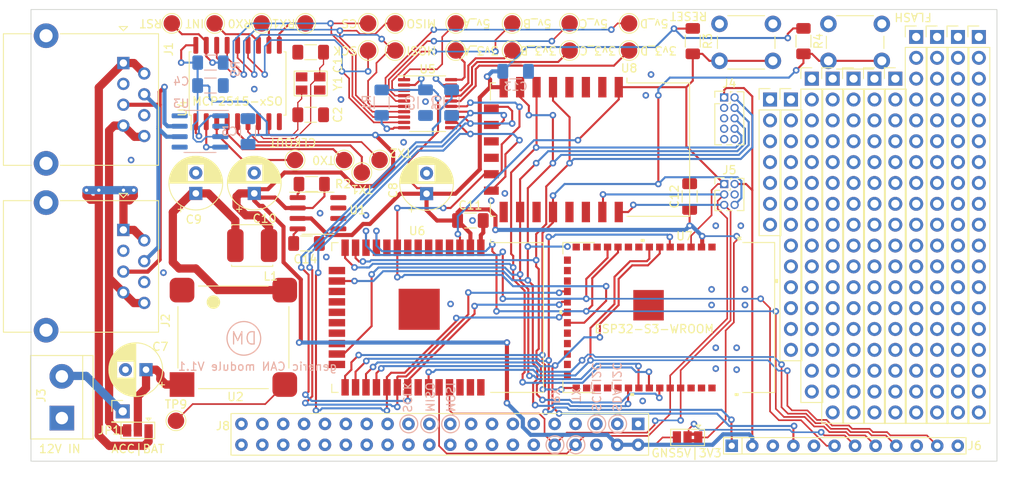
<source format=kicad_pcb>
(kicad_pcb (version 20211014) (generator pcbnew)
  (layers (0 "F.Cu" signal) (31 "B.Cu" signal) (34 "B.Paste" user) (35 "F.Paste" user) (36 "B.SilkS" user "B.Silkscreen") (37 "F.SilkS" user "F.Silkscreen") (38 "B.Mask" user) (39 "F.Mask" user) (44 "Edge.Cuts" user))
  (net 0 "")
  (net 1 "GND")
  (net 2 "Net-(C1-Pad2)")
  (net 3 "Net-(C2-Pad1)")
  (net 4 "+5V")
  (net 5 "+3V3")
  (net 6 "Net-(C7-Pad1)")
  (net 7 "Net-(C9-Pad1)")
  (net 8 "/12v_ACC")
  (net 9 "/12v_BAT")
  (net 10 "/CAN_L")
  (net 11 "/CAN_H")
  (net 12 "/12V_IN")
  (net 13 "/ESP_JTAG_TMS_G14")
  (net 14 "/ESP_JTAG_TCK_G13")
  (net 15 "/ESP_JTAG_TDO_G15")
  (net 16 "/ESP_JTAG_TDI_G12")
  (net 18 "/ESP_PROG_EN")
  (net 19 "/ESP_PROG_TXD")
  (net 20 "/ESP_PROG_RXD")
  (net 21 "/ESP_FLASH_BTN")
  (net 22 "/SIM7000_PWR_EN")
  (net 23 "Net-(U1-Pad4)")
  (net 24 "/SIM7000_GNS_PWR_EN")
  (net 25 "/SIM7000_RXD")
  (net 26 "/SIM7000_V_MCU")
  (net 27 "/SIM7000_TXD")
  (net 28 "/SIM7000_DTR")
  (net 29 "/SIM7000_ADC")
  (net 30 "/SIM7000_RESET")
  (net 31 "Net-(R1-Pad2)")
  (net 32 "Net-(U1-Pad1)")
  (net 33 "Net-(R5-Pad2)")
  (net 34 "Net-(TP1-Pad1)")
  (net 35 "Net-(TP2-Pad1)")
  (net 36 "Net-(TP3-Pad1)")
  (net 37 "Net-(TP4-Pad1)")
  (net 38 "Net-(TP5-Pad1)")
  (net 39 "Net-(TP6-Pad1)")
  (net 40 "Net-(TP9-Pad1)")
  (net 41 "Net-(TP10-Pad1)")
  (net 42 "Net-(TP11-Pad1)")
  (net 43 "Net-(TP12-Pad1)")
  (net 44 "Net-(TP13-Pad1)")
  (net 45 "Net-(TP14-Pad1)")
  (net 46 "Net-(TP15-Pad1)")
  (net 47 "Net-(TP16-Pad1)")
  (net 48 "Net-(TP17-Pad1)")
  (net 49 "/CAN_SPI_MOSI")
  (net 50 "/CAN_SPI_MISO")
  (net 51 "/CAN_SPI_CS")
  (net 52 "/CAN_SPI_SCK")
  (net 53 "Net-(TP22-Pad1)")
  (net 54 "Net-(U3-Pad1)")
  (net 55 "Net-(U3-Pad4)")
  (net 58 "/CAN_SPI_SCK_3v3")
  (net 59 "/CAN_SPI_CS_3v3")
  (net 60 "/CAN_SPI_MISO_3v3")
  (net 61 "/CAN_SPI_MOSI_3v3")
  (net 83 "unconnected-(U7-Pad14)")
  (net 95 "Net-(J7-Pad1)")
  (net 96 "Net-(J7-Pad2)")
  (net 97 "Net-(J7-Pad3)")
  (net 98 "Net-(J7-Pad4)")
  (net 99 "Net-(J7-Pad5)")
  (net 123 "unconnected-(U6-Pad28)")
  (footprint "Button_Switch_THT:SW_PUSH_6mm" (layer "F.Cu") (at 159.5 51.75)
    (fp_text reference "FLASH")
    (fp_text value "ESP_FLASH_BTN")
  )
  (footprint "Connector_RJ:RJ45_Ninigi_GE" (layer "F.Cu") (at 73.735 56.515 -90)
    (fp_text reference "J1")
    (fp_text value "RJ45_Shielded")
  )
  (footprint "Capacitor_THT:CP_Radial_D6.3mm_P2.50mm" (layer "F.Cu") (at 82.55 72.39 90)
    (fp_text reference "C9")
    (fp_text value "22uF 12v")
  )
  (footprint "TestPoint:TestPoint_Pad_D2.0mm" (layer "F.Cu") (at 128.016 51.689)
    (fp_text reference "TP12")
    (fp_text value "5v_C")
  )
  (footprint "TestPoint:TestPoint_Pad_D2.0mm" (layer "F.Cu") (at 103.505 51.689)
    (fp_text reference "TP20" hide)
    (fp_text value "CS")
  )
  (footprint "Package_SO:TSSOP-20_4.4x6.5mm_P0.65mm" (layer "F.Cu") (at 110.744 61.468)
    (fp_text reference "U5")
    (fp_text value "TXS0108EPW")
  )
  (footprint "Capacitor_SMD:C_1206_3216Metric_Pad1.33x1.80mm_HandSolder" (layer "F.Cu") (at 96.012 78.486)
    (fp_text reference "C14")
    (fp_text value "100pF")
  )
  (footprint "random:SDEI054T" (layer "F.Cu") (at 89.408 78.74)
    (fp_text reference "L1")
    (fp_text value "47uH")
  )
  (footprint "Connector_PinHeader_2.54mm:PinHeader_1x19_P2.54mm_Vertical" (layer "F.Cu") (at 170.18 53.34)
    (fp_text reference " ")
    (fp_text value " ")
  )
  (footprint "TestPoint:TestPoint_Pad_D2.0mm" (layer "F.Cu") (at 104.902 68.326)
    (fp_text reference "TP6")
    (fp_text value "TX2")
  )
  (footprint "TestPoint:TestPoint_Pad_D2.0mm" (layer "F.Cu") (at 84.836 51.689)
    (fp_text reference "TP1")
    (fp_text value "INT")
  )
  (footprint "TestPoint:TestPoint_Pad_D2.0mm" (layer "F.Cu") (at 121.031 51.689)
    (fp_text reference "TP11")
    (fp_text value "5v_B")
  )
  (footprint "RF_Module:ESP32-WROOM-32" (layer "F.Cu") (at 108.966 87.503 -90)
    (fp_text reference "U6")
    (fp_text value "ESP32-WROOM-32")
  )
  (footprint "!esps2:ESP32-S3-WROOM-1-N8" (layer "F.Cu") (at 140.081 87.503 -90)
    (fp_text reference "U7")
    (fp_text value "ESP32-S3-WROOM")
  )
  (footprint "Connector_PinHeader_2.54mm:PinHeader_1x01_P2.54mm_Vertical" (layer "F.Cu") (at 73.66 98.933)
    (fp_text reference "REF**" hide)
    (fp_text value "PinHeader_1x01_P2.54mm_Vertical" hide)
  )
  (footprint "random:amsrol_78XXnz" (layer "F.Cu") (at 80.372 96.166 90)
    (fp_text reference "U2")
    (fp_text value "AMSROL-7805NZ")
  )
  (footprint "Connector_PinHeader_2.54mm:PinHeader_1x07_P2.54mm_Vertical" (layer "F.Cu") (at 152.4 60.96)
    (fp_text reference " ")
    (fp_text value " ")
  )
  (footprint "Jumper:SolderJumper-3_P1.3mm_Open_Pad1.0x1.5mm" (layer "F.Cu") (at 75.5 101.25 180)
    (fp_text reference "JP1")
    (fp_text value "ACC|BAT")
  )
  (footprint "TestPoint:TestPoint_Pad_D2.0mm" (layer "F.Cu") (at 114.173 51.689)
    (fp_text reference "TP10" hide)
    (fp_text value "5v_A")
  )
  (footprint "Connector_PinHeader_2.54mm:PinHeader_1x13_P2.54mm_Vertical" (layer "F.Cu") (at 154.94 60.96)
    (fp_text reference " ")
    (fp_text value " ")
  )
  (footprint "Connector_RJ:RJ45_Ninigi_GE" (layer "F.Cu") (at 73.735 76.835 -90)
    (fp_text reference "J2")
    (fp_text value "RJ45_Shielded")
  )
  (footprint "random:RASPI_ZERO(W)" (layer "F.Cu") (at 112.25 90.2 -90)
    (fp_text reference "J8")
    (fp_text value "RASPI_ZERO")
  )
  (footprint "Connector_PinHeader_2.54mm:PinHeader_1x19_P2.54mm_Vertical" (layer "F.Cu") (at 177.8 53.34)
    (fp_text reference " ")
    (fp_text value " ")
  )
  (footprint "TestPoint:TestPoint_Pad_D2.0mm" (layer "F.Cu") (at 94.615 68.326)
    (fp_text reference "TP22")
    (fp_text value "CLKOUT")
  )
  (footprint "TestPoint:TestPoint_Pad_D2.0mm" (layer "F.Cu") (at 121.031 54.991)
    (fp_text reference "TP15" hide)
    (fp_text value "3v3_B")
  )
  (footprint "Package_SO:SOIC-18W_7.5x11.6mm_P1.27mm" (layer "F.Cu") (at 87.63 59.006 90)
    (fp_text reference "U4")
    (fp_text value "MCP2515-xSO")
  )
  (footprint "Capacitor_SMD:C_1206_3216Metric_Pad1.33x1.80mm_HandSolder" (layer "F.Cu") (at 96.52 62.816)
    (fp_text reference "C2")
    (fp_text value "15pF")
  )
  (footprint "TestPoint:TestPoint_Pad_D2.0mm" (layer "F.Cu") (at 100.584 68.326)
    (fp_text reference "TP4")
    (fp_text value "TX0")
  )
  (footprint "Connector_PinHeader_2.54mm:PinHeader_1x17_P2.54mm_Vertical" (layer "F.Cu") (at 167.64 58.42)
    (fp_text reference " ")
    (fp_text value " ")
  )
  (footprint "Resistor_SMD:R_1206_3216Metric_Pad1.30x1.75mm_HandSolder" (layer "F.Cu") (at 156.464 53.848 -90)
    (fp_text reference "R4")
    (fp_text value "10k")
  )
  (footprint "TestPoint:TestPoint_Pad_D2.0mm" (layer "F.Cu") (at 114.173 54.991)
    (fp_text reference "TP14")
    (fp_text value "3v3_A")
  )
  (footprint "Connector_PinHeader_2.54mm:PinHeader_1x17_P2.54mm_Vertical" (layer "F.Cu") (at 162.56 58.42)
    (fp_text reference " ")
    (fp_text value " ")
  )
  (footprint "random:RH100" (layer "F.Cu") (at 96.52 59.006)
    (fp_text reference "Y1")
    (fp_text value "RH100")
  )
  (footprint "Capacitor_SMD:C_1206_3216Metric_Pad1.33x1.80mm_HandSolder" (layer "F.Cu") (at 96.52 55.196)
    (fp_text reference "C1")
    (fp_text value "15pF")
  )
  (footprint "Connector_PinHeader_1.27mm:PinHeader_2x03_P1.27mm_Vertical" (layer "F.Cu") (at 146.822 71.247)
    (fp_text reference "J5")
    (fp_text value "PROG")
  )
  (footprint "TestPoint:TestPoint_Pad_D2.0mm" (layer "F.Cu") (at 90.551 51.689)
    (fp_text reference "TP2")
    (fp_text value "RX0")
  )
  (footprint "TestPoint:TestPoint_Pad_D2.0mm" (layer "F.Cu") (at 79.629 51.689)
    (fp_text reference "TP7")
    (fp_text value "RST")
  )
  (footprint "Capacitor_SMD:C_1206_3216Metric_Pad1.33x1.80mm_HandSolder" (layer "F.Cu") (at 142.621 72.771 90)
    (fp_text reference "C12")
    (fp_text value "100nF")
  )
  (footprint "TestPoint:TestPoint_Pad_D2.0mm" (layer "F.Cu") (at 106.807 51.689)
    (fp_text reference "TP19" hide)
    (fp_text value "MISO")
  )
  (footprint "TestPoint:TestPoint_Pad_D2.0mm" (layer "F.Cu") (at 102.743 69.85)
    (fp_text reference "TP5")
    (fp_text value "TX1")
  )
  (footprint "Capacitor_THT:CP_Radial_D6.3mm_P2.50mm" (layer "F.Cu") (at 76.49338 93.853 180)
    (fp_text reference "C7")
    (fp_text value "10uF 50V")
  )
  (footprint "Button_Switch_THT:SW_PUSH_6mm" (layer "F.Cu") (at 146.25 51.75)
    (fp_text reference "RESET")
    (fp_text value "ESP_RESET_BTN")
  )
  (footprint "TerminalBlock:TerminalBlock_bornier-2_P5.08mm" (layer "F.Cu") (at 66.25 99.75 90)
    (fp_text reference "J3")
    (fp_text value "12V IN")
  )
  (footprint "Resistor_SMD:R_1206_3216Metric_Pad1.30x1.75mm_HandSolder" (layer "F.Cu") (at 143.002 53.848 -90)
    (fp_text reference "R3")
    (fp_text value "10k")
  )
  (footprint "TestPoint:TestPoint_Pad_D2.0mm" (layer "F.Cu") (at 106.807 54.991)
    (fp_text reference "TP18")
    (fp_text value "MOSI")
  )
  (footprint "TestPoint:TestPoint_Pad_D2.0mm" (layer "F.Cu") (at 80.137 100.076)
    (fp_text reference "TP9")
    (fp_text value "5V_EN")
  )
  (footprint "Connector_PinHeader_2.54mm:PinHeader_1x19_P2.54mm_Vertical" (layer "F.Cu") (at 175.26 53.34)
    (fp_text reference " ")
    (fp_text value " ")
  )
  (footprint "Connector_PinHeader_2.54mm:PinHeader_1x19_P2.54mm_Vertical" (layer "F.Cu") (at 172.72 53.34)
    (fp_text reference " ")
    (fp_text value " ")
  )
  (footprint "Connector_PinHeader_1.27mm:PinHeader_2x05_P1.27mm_Vertical" (layer "F.Cu") (at 146.812 60.706)
    (fp_text reference "J4")
    (fp_text value "JTAG")
  )
  (footprint "RF_Module:ESP-12E" (layer "F.Cu") (at 130.498 67.056 -90)
    (fp_text reference "U8")
    (fp_text value "ESP-12F")
  )
  (footprint "Capacitor_SMD:C_1206_3216Metric_Pad1.33x1.80mm_HandSolder" (layer "F.Cu") (at 115.951 75.692)
    (fp_text reference "C11")
    (fp_text value "100nF")
  )
  (footprint "Capacitor_THT:CP_Radial_D6.3mm_P2.50mm" (layer "F.Cu") (at 89.662 72.39 90)
    (fp_text reference "C10")
    (fp_text value "22uF 12v")
  )
  (footprint "TestPoint:TestPoint_Pad_D2.0mm" (layer "F.Cu") (at 103.505 54.991)
    (fp_text reference "TP21")
    (fp_text value "SCK")
  )
  (footprint "Jumper:SolderJumper-3_P1.3mm_Bridged2Bar12_Pad1.0x1.5mm" (layer "F.Cu") (at 142.367 102.108 180)
    (fp_text reference "GNS5V|3V3")
    (fp_text value "SIM7000_3v3/5v")
  )
  (footprint "Connector_PinHeader_2.54mm:PinHeader_1x17_P2.54mm_Vertical" (layer "F.Cu") (at 165.1 58.42)
    (fp_text reference " ")
    (fp_text value " ")
  )
  (footprint "Package_SO:SOIC-8_3.9x4.9mm_P1.27mm" (layer "F.Cu") (at 97.409 74.803)
    (fp_text reference "U1")
    (fp_text value "AP2213")
  )
  (footprint "TestPoint:TestPoint_Pad_D2.0mm" (layer "F.Cu") (at 95.885 51.689)
    (fp_text reference "TP3")
    (fp_text value "RX1")
  )
  (footprint "Resistor_SMD:R_1206_3216Metric_Pad1.30x1.75mm_HandSolder" (layer "F.Cu") (at 96.647 71.247 180)
    (fp_text reference "R2")
    (fp_text value "10k")
  )
  (footprint "Capacitor_THT:CP_Radial_D6.3mm_P2.50mm" (layer "F.Cu") (at 110.617 72.42938 90)
    (fp_text reference "C8")
    (fp_text value "22uF 12v")
  )
  (footprint "Connector_PinHeader_2.54mm:PinHeader_1x17_P2.54mm_Vertical" (layer "F.Cu") (at 160.02 58.42)
    (fp_text reference " ")
    (fp_text value " ")
  )
  (footprint "random:SIM7000_MODULE" (layer "F.Cu") (at 161.241 77.124 -90)
    (fp_text reference "J6")
    (fp_text value "SIM7000A header")
  )
  (footprint "TestPoint:TestPoint_Pad_D2.0mm" (layer "F.Cu") (at 135.255 51.689)
    (fp_text reference "TP13")
    (fp_text value "5v_D")
  )
  (footprint "Connector_PinHeader_2.54mm:PinHeader_1x16_P2.54mm_Vertical" (layer "F.Cu") (at 157.48 58.42)
    (fp_text reference " ")
    (fp_text value " ")
  )
  (footprint "TestPoint:TestPoint_Pad_D2.0mm" (layer "F.Cu") (at 128.016 54.991)
    (fp_text reference "TP16" hide)
    (fp_text value "3v3_C")
  )
  (footprint "TestPoint:TestPoint_Pad_D2.0mm" (layer "F.Cu") (at 135.255 54.991)
    (fp_text reference "TP17" hide)
    (fp_text value "3v3_D")
  )
  (footprint "Capacitor_SMD:C_1206_3216Metric_Pad1.33x1.80mm_HandSolder" (layer "B.Cu") (at 113.665 61.341 -90)
    (fp_text reference "C6")
    (fp_text value "100nF")
  )
  (footprint "Resistor_SMD:R_1206_3216Metric_Pad1.30x1.75mm_HandSolder" (layer "B.Cu") (at 84.328 56.466)
    (fp_text reference "R5")
    (fp_text value "10k")
  )
  (footprint "Capacitor_SMD:C_1206_3216Metric_Pad1.33x1.80mm_HandSolder" (layer "B.Cu") (at 88.9 64.848 90)
    (fp_text reference "C3")
    (fp_text value "100nF")
  )
  (footprint "Capacitor_SMD:C_1206_3216Metric_Pad1.33x1.80mm_HandSolder" (layer "B.Cu") (at 110.49 61.341 -90)
    (fp_text reference "C5")
    (fp_text value "100nF")
  )
  (footprint "Capacitor_SMD:C_1206_3216Metric_Pad1.33x1.80mm_HandSolder" (layer "B.Cu") (at 84.328 59.26)
    (fp_text reference "C4")
    (fp_text value "100nF")
  )
  (footprint "Package_SO:SOIC-8_3.9x4.9mm_P1.27mm" (layer "B.Cu") (at 83.058 64.848 180)
    (fp_text reference "U3")
    (fp_text value "TJA1050T")
  )
  (footprint "Capacitor_SMD:C_1206_3216Metric_Pad1.33x1.80mm_HandSolder" (layer "B.Cu") (at 121.4505 57.531)
    (fp_text reference "C13")
    (fp_text value "100nF")
  )
  (footprint "Resistor_SMD:R_1206_3216Metric_Pad1.30x1.75mm_HandSolder" (layer "B.Cu") (at 105.156 61.341 -90)
    (fp_text reference "R1")
    (fp_text value "10k")
  )
  (gr_circle (center 131.318 100.457) (end 130.937 99.441) (layer "B.SilkS") (width 0.15) (fill none))
  (gr_circle (center 113.538 100.457) (end 112.776 99.695) (layer "B.SilkS") (width 0.15) (fill none))
  (gr_circle (center 88.392 90.043) (end 87.376 88.265) (layer "B.SilkS") (width 0.15) (fill none))
  (gr_circle (center 126.238 102.997) (end 125.857 101.981) (layer "B.SilkS") (width 0.15) (fill none))
  (gr_circle (center 108.458 100.457) (end 108.077 99.441) (layer "B.SilkS") (width 0.15) (fill none))
  (gr_circle (center 128.778 102.997) (end 128.143 102.108) (layer "B.SilkS") (width 0.15) (fill none))
  (gr_circle (center 133.858 100.457) (end 133.477 99.441) (layer "B.SilkS") (width 0.15) (fill none))
  (gr_circle (center 110.998 100.457) (end 110.236 99.695) (layer "B.SilkS") (width 0.15) (fill none))
  (gr_rect (start 62.5 50) (end 180 105) (layer "Edge.Cuts") (width 0.1) (fill none))
  (gr_text "generic CAN module V1.1\n" (at 90.043 93.472) (layer "B.SilkS") (effects (font (size 1 1)) (justify mirror)))
  (gr_text "DM" (at 88.392 90.043) (layer "B.SilkS") (effects (font (size 1.5 1.5)) (justify mirror)))
  (segment (start 117.221 77.47) (end 117.5135 77.1775) (width 0.5) (layer "F.Cu") (net 1))
  (segment (start 117.221 79.003) (end 117.221 77.47) (width 0.5) (layer "F.Cu") (net 1))
  (segment (start 117.5135 77.1775) (end 117.5135 75.692) (width 0.5) (layer "F.Cu") (net 1))
  (via (at 137.922 57.912) (size 0.8) (drill 0.4) (layers "F.Cu" "B.Cu") (net 1))
  (via (at 145.288 84.074) (size 0.8) (drill 0.4) (layers "F.Cu" "B.Cu") (net 1))
  (via (at 100.203 60.96) (size 0.8) (drill 0.4) (layers "F.Cu" "B.Cu") (net 1))
  (via (at 145.796 93.726) (size 0.8) (drill 0.4) (layers "F.Cu" "B.Cu") (net 1))
  (via (at 136.906 97.663) (size 0.8) (drill 0.4) (layers "F.Cu" "B.Cu") (net 1))
  (via (at 110.49 61.214) (size 0.8) (drill 0.4) (layers "F.Cu" "B.Cu") (net 1))
  (via (at 137.287 60.452) (size 0.8) (drill 0.4) (layers "F.Cu" "B.Cu") (net 1))
  (via (at 149.352 85.979) (size 0.8) (drill 0.4) (layers "F.Cu" "B.Cu") (net 1))
  (via (at 116.205 75.692) (size 0.8) (drill 0.4) (layers "F.Cu" "B.Cu") (net 1))
  (via (at 103.251 75.057) (size 0.8) (drill 0.4) (layers "F.Cu" "B.Cu") (net 1))
  (via (at 98.425 80.137) (size 0.8) (drill 0.4) (layers "F.Cu" "B.Cu") (net 1))
  (via (at 78.613 82.042) (size 0.8) (drill 0.4) (layers "F.Cu" "B.Cu") (net 1))
  (via (at 97.663 74.803) (size 0.8) (drill 0.4) (layers "F.Cu" "B.Cu") (net 1))
  (via (at 74.676 68.326) (size 0.8) (drill 0.4) (layers "F.Cu" "B.Cu") (net 1))
  (via (at 148.336 91.186) (size 0.8) (drill 0.4) (layers "F.Cu" "B.Cu") (net 1))
  (via (at 113.538 85.852) (size 0.8) (drill 0.4) (layers "F.Cu" "B.Cu") (net 1))
  (via (at 145.796 76.327) (size 0.8) (drill 0.4) (layers "F.Cu" "B.Cu") (net 1))
  (via (at 118.491 73.279) (size 0.8) (drill 0.4) (layers "F.Cu" "B.Cu") (net 1))
  (via (at 145.288 85.979) (size 0.8) (drill 0.4) (layers "F.Cu" "B.Cu") (net 1))
  (via (at 89.662 59.69) (size 0.8) (drill 0.4) (layers "F.Cu" "B.Cu") (net 1))
  (via (at 145.796 91.186) (size 0.8) (drill 0.4) (layers "F.Cu" "B.Cu") (net 1))
  (via (at 120.142 72.39) (size 0.8) (drill 0.4) (layers "F.Cu" "B.Cu") (net 1))
  (via (at 107.823 66.167) (size 0.8) (drill 0.4) (layers "F.Cu" "B.Cu") (net 1))
  (via (at 148.844 76.327) (size 0.8) (drill 0.4) (layers "F.Cu" "B.Cu") (net 1))
  (via (at 149.352 84.074) (size 0.8) (drill 0.4) (layers "F.Cu" "B.Cu") (net 1))
  (via (at 148.336 93.853) (size 0.8) (drill 0.4) (layers "F.Cu" "B.Cu") (net 1))
  (segment (start 98.0825 56.6815) (end 98.0825 55.196) (width 0.15) (layer "F.Cu") (net 2))
  (segment (start 90.17 65.102) (end 90.17 63.656) (width 0.15) (layer "F.Cu") (net 2))
  (segment (start 97.62 58.206) (end 97.47 58.206) (width 0.15) (layer "F.Cu") (net 2))
  (segment (start 96.52 63.832) (end 94.64648 65.70552) (width 0.15) (layer "F.Cu") (net 2))
  (segment (start 97.62 57.144) (end 98.0825 56.6815) (width 0.15) (layer "F.Cu") (net 2))
  (segment (start 96.52 59.156) (end 96.52 63.832) (width 0.15) (layer "F.Cu") (net 2))
  (segment (start 97.47 58.206) (end 96.52 59.156) (width 0.15) (layer "F.Cu") (net 2))
  (segment (start 90.77352 65.70552) (end 90.17 65.102) (width 0.15) (layer "F.Cu") (net 2))
  (segment (start 94.64648 65.70552) (end 90.77352 65.70552) (width 0.15) (layer "F.Cu") (net 2))
  (segment (start 97.62 58.206) (end 97.62 57.144) (width 0.15) (layer "F.Cu") (net 2))
  (segment (start 95.42 60.868) (end 94.9575 61.3305) (width 0.15) (layer "F.Cu") (net 3))
  (segment (start 94.9575 62.816) (end 94.9575 64.6325) (width 0.15) (layer "F.Cu") (net 3))
  (segment (start 91.694 65.356) (end 91.44 65.102) (width 0.15) (layer "F.Cu") (net 3))
  (segment (start 94.9575 61.3305) (end 94.9575 62.816) (width 0.15) (layer "F.Cu") (net 3))
  (segment (start 95.42 59.806) (end 95.42 60.868) (width 0.15) (layer "F.Cu") (net 3))
  (segment (start 91.44 65.102) (end 91.44 63.656) (width 0.15) (layer "F.Cu") (net 3))
  (segment (start 94.9575 64.6325) (end 94.234 65.356) (width 0.15) (layer "F.Cu") (net 3))
  (segment (start 94.234 65.356) (end 91.694 65.356) (width 0.15) (layer "F.Cu") (net 3))
  (segment (start 100.203 69.85) (end 101.854 71.501) (width 0.5) (layer "F.Cu") (net 4))
  (segment (start 81.358 54.356) (end 82.55 54.356) (width 0.25) (layer "F.Cu") (net 4))
  (segment (start 106.553 67.437) (end 104.394 65.278) (width 0.5) (layer "F.Cu") (net 4))
  (segment (start 149.225 59.563) (end 147.066 59.563) (width 0.25) (layer "F.Cu") (net 4))
  (segment (start 88.646 75.057) (end 87.503 73.914) (width 1) (layer "F.Cu") (net 4))
  (segment (start 90.297 73.914) (end 89.662 73.279) (width 0.5) (layer "F.Cu") (net 4))
  (segment (start 91.313 71.882) (end 93.345 69.85) (width 0.5) (layer "F.Cu") (net 4))
  (segment (start 89.662 72.39) (end 90.17 71.882) (width 0.5) (layer "F.Cu") (net 4))
  (segment (start 89.662 73.279) (end 89.662 72.39) (width 0.5) (layer "F.Cu") (net 4))
  (segment (start 87.884 72.39) (end 89.662 72.39) (width 1) (layer "F.Cu") (net 4))
  (segment (start 90.17 72.898) (end 92.202 72.898) (width 0.5) (layer "F.Cu") (net 4))
  (segment (start 138.433 103) (end 136.36 103) (width 0.2) (layer "F.Cu") (net 4))
  (segment (start 96.774 74.168) (end 94.934 74.168) (width 0.25) (layer "F.Cu") (net 4))
  (segment (start 98.197 71.247) (end 98.197 72.745) (width 0.25) (layer "F.Cu") (net 4))
  (segment (start 138.433 103) (end 139.325 102.108) (width 0.2) (layer "F.Cu") (net 4))
  (segment (start 87.503 73.914) (end 87.503 72.771) (width 1) (layer "F.Cu") (net 4))
  (segment (start 150.241 72.009) (end 150.241 60.579) (width 0.25) (layer "F.Cu") (net 4))
  (segment (start 104.14 71.501) (end 106.553 69.088) (width 0.5) (layer "F.Cu") (net 4))
  (segment (start 95.123 90.551) (end 95.32152 90.35248) (width 0.5) (layer "F.Cu") (net 4))
  (segment (start 149.479 71.247) (end 150.241 72.009) (width 0.25) (layer "F.Cu") (net 4))
  (segment (start 80.772 56.466) (end 80.772 54.942) (width 0.25) (layer "F.Cu") (net 4))
  (segment (start 90.043 75.057) (end 88.646 75.057) (width 1) (layer "F.Cu") (net 4))
  (segment (start 93.218 80.772) (end 93.218 76.454) (width 0.5) (layer "F.Cu") (net 4))
  (segment (start 95.32152 82.87552) (end 93.218 80.772) (width 0.5) (layer "F.Cu") (net 4))
  (segment (start 113.6065 59.193) (end 112.533 59.193) (width 0.25) (layer "F.Cu") (net 4))
  (segment (start 139.325 102.108) (end 141.067 102.108) (width 0.2) (layer "F.Cu") (net 4))
  (segment (start 112.533 59.193) (end 111.76 58.42) (width 0.25) (layer "F.Cu") (net 4))
  (segment (start 120.396 90.551) (end 120.396 97.917) (width 0.5) (layer "F.Cu") (net 4))
  (segment (start 148.092 71.247) (end 149.479 71.247) (width 0.25) (layer "F.Cu") (net 4))
  (segment (start 89.662 72.39) (end 90.17 72.898) (width 0.5) (layer "F.Cu") (net 4))
  (segment (start 150.241 103.124) (end 150.241 72.009) (width 0.25) (layer "F.Cu") (net 4))
  (segment (start 93.345 69.85) (end 100.203 69.85) (width 0.5) (layer "F.Cu") (net 4))
  (segment (start 87.503 72.771) (end 87.884 72.39) (width 1) (layer "F.Cu") (net 4))
  (segment (start 91.458 76.472) (end 90.043 75.057) (width 1) (layer "F.Cu") (net 4))
  (segment (start 92.202 72.898) (end 93.472 74.168) (width 0.5) (layer "F.Cu") (net 4))
  (segment (start 90.678 73.914) (end 90.297 73.914) (width 0.5) (layer "F.Cu") (net 4))
  (segment (start 98.197 72.745) (end 96.774 74.168) (width 0.25) (layer "F.Cu") (net 4))
  (segment (start 80.772 54.942) (end 81.358 54.356) (width 0.25) (layer "F.Cu") (net 4))
  (segment (start 91.458 78.74) (end 91.458 76.472) (width 1) (layer "F.Cu") (net 4))
  (segment (start 90.17 71.882) (end 91.313 71.882) (width 0.5) (layer "F.Cu") (net 4))
  (segment (start 150.241 60.579) (end 149.225 59.563) (width 0.25) (layer "F.Cu") (net 4))
  (segment (start 146.812 59.817) (end 146.812 60.706) (width 0.25) (layer "F.Cu") (net 4))
  (segment (start 93.472 74.168) (end 94.934 74.168) (width 0.5) (layer "F.Cu") (net 4))
  (segment (start 101.854 71.501) (end 104.14 71.501) (width 0.5) (layer "F.Cu") (net 4))
  (segment (start 147.066 59.563) (end 146.812 59.817) (width 0.25) (layer "F.Cu") (net 4))
  (segment (start 93.218 76.454) (end 90.678 73.914) (width 0.5) (layer "F.Cu") (net 4))
  (segment (start 95.32152 90.35248) (end 95.32152 82.87552) (width 0.5) (layer "F.Cu") (net 4))
  (segment (start 106.553 69.088) (end 106.553 67.437) (width 0.5) (layer "F.Cu") (net 4))
  (via (at 120.396 97.917) (size 0.8) (drill 0.4) (layers "F.Cu" "B.Cu") (net 4))
  (via (at 120.396 90.551) (size 0.8) (drill 0.4) (layers "F.Cu" "B.Cu") (net 4))
  (via (at 104.394 65.278) (size 0.8) (drill 0.4) (layers "F.Cu" "B.Cu") (net 4))
  (via (at 95.123 90.551) (size 0.8) (drill 0.4) (layers "F.Cu" "B.Cu") (net 4))
  (via (at 111.76 58.42) (size 0.8) (drill 0.4) (layers "F.Cu" "B.Cu") (net 4))
  (via (at 80.772 56.466) (size 0.8) (drill 0.4) (layers "F.Cu" "B.Cu") (net 4))
  (segment (start 122.331511 100.844847) (end 123.275153 101.788489) (width 0.5) (layer "B.Cu") (net 4))
  (segment (start 111.379 65.278) (end 111.379 64.516) (width 0.25) (layer "B.Cu") (net 4))
  (segment (start 82.7655 56.4785) (end 82.778 56.466) (width 0.25) (layer "B.Cu") (net 4))
  (segment (start 132.608489 101.788489) (end 133.82 103) (width 0.5) (layer "B.Cu") (net 4))
  (segment (start 120.396 97.917) (end 122.331511 99.852511) (width 0.5) (layer "B.Cu") (net 4))
  (segment (start 136.36 103) (end 145.412 103) (width 0.5) (layer "B.Cu") (net 4))
  (segment (start 111.379 65.278) (end 104.394 65.278) (width 0.25) (layer "B.Cu") (net 4))
  (segment (start 150.241 102.108) (end 150.241 103.124) (width 0.5) (layer "B.Cu") (net 4))
  (segment (start 113.665 59.7785) (end 113.1185 59.7785) (width 0.25) (layer "B.Cu") (net 4))
  (segment (start 82.231489 64.072511) (end 82.7655 63.5385) (width 0.2) (layer "B.Cu") (net 4))
  (segment (start 89.281 65.278) (end 88.9 65.659) (width 0.25) (layer "B.Cu") (net 4))
  (segment (start 149.86 101.727) (end 150.241 102.108) (width 0.5) (layer "B.Cu") (net 4))
  (segment (start 82.641252 66.104511) (end 82.231489 65.694748) (width 0.2) (layer "B.Cu") (net 4))
  (segment (start 123.275153 101.788489) (end 132.608489 101.788489) (width 0.5) (layer "B.Cu") (net 4))
  (segment (start 82.7655 63.5385) (end 82.7655 59.26) (width 0.2) (layer "B.Cu") (net 4))
  (segment (start 112.268 62.23) (end 113.665 60.833) (width 0.25) (layer "B.Cu") (net 4))
  (segment (start 85.533 65.483) (end 83.842259 65.483) (width 0.2) (layer "B.Cu") (net 4))
  (segment (start 82.778 56.466) (end 80.772 56.466) (width 0.25) (layer "B.Cu") (net 4))
  (segment (start 91.186 65.278) (end 89.281 65.278) (width 0.25) (layer "B.Cu") (net 4))
  (segment (start 136.36 103) (end 133.82 103) (width 0.5) (layer "B.Cu") (net 4))
  (segment (start 120.396 90.551) (end 95.123 90.551) (width 0.5) (layer "B.Cu") (net 4))
  (segment (start 82.7655 59.26) (end 84.025 59.26) (width 0.25) (layer "B.Cu") (net 4))
  (segment (start 113.665 60.833) (end 113.665 59.7785) (width 0.25) (layer "B.Cu") (net 4))
  (segment (start 146.685 101.727) (end 149.86 101.727) (width 0.5) (layer "B.Cu") (net 4))
  (segment (start 145.412 103) (end 146.685 101.727) (width 0.5) (layer "B.Cu") (net 4))
  (segment (start 104.394 65.278) (end 91.186 65.278) (width 0.25) (layer "B.Cu") (net 4))
  (segment (start 84.025 59.26) (end 84.201 59.436) (width 0.25) (layer "B.Cu") (net 4))
  (segment (start 82.231489 65.694748) (end 82.231489 64.072511) (width 0.2) (layer "B.Cu") (net 4))
  (segment (start 83.220748 66.104511) (end 82.641252 66.104511) (width 0.2) (layer "B.Cu") (net 4))
  (segment (start 111.379 64.516) (end 112.268 63.627) (width 0.25) (layer "B.Cu") (net 4))
  (segment (start 91.186 63.696507) (end 91.186 65.278) (width 0.25) (layer "B.Cu") (net 4))
  (segment (start 113.1185 59.7785) (end 111.76 58.42) (width 0.25) (layer "B.Cu") (net 4))
  (segment (start 84.201 59.436) (end 84.201 60.833) (width 0.25) (layer "B.Cu") (net 4))
  (segment (start 88.703493 61.214) (end 91.186 63.696507) (width 0.25) (layer "B.Cu") (net 4))
  (segment (start 122.331511 99.852511) (end 122.331511 100.844847) (width 0.5) (layer "B.Cu") (net 4))
  (segment (start 112.268 63.627) (end 112.268 62.23) (width 0.25) (layer "B.Cu") (net 4))
  (segment (start 88.9 65.659) (end 88.9 66.4105) (width 0.25) (layer "B.Cu") (net 4))
  (segment (start 83.842259 65.483) (end 83.220748 66.104511) (width 0.2) (layer "B.Cu") (net 4))
  (segment (start 82.7655 59.26) (end 82.7655 56.4785) (width 0.25) (layer "B.Cu") (net 4))
  (segment (start 84.582 61.214) (end 88.703493 61.214) (width 0.25) (layer "B.Cu") (net 4))
  (segment (start 84.201 60.833) (end 84.582 61.214) (width 0.25) (layer "B.Cu") (net 4))
  (segment (start 112.014 60.833) (end 112.014 64.897) (width 0.25) (layer "F.Cu") (net 5))
  (segment (start 112.014 64.897) (end 108.458 68.453) (width 0.25) (layer "F.Cu") (net 5))
  (segment (start 144.145 78.8418) (end 144.0647 78.9221) (width 0.5) (layer "F.Cu") (net 5))
  (segment (start 147.99703 88.09597) (end 147.001489 89.091511) (width 0.2) (layer "F.Cu") (net 5))
  (segment (start 109.94262 71.755) (end 110.617 72.42938) (width 0.25) (layer "F.Cu") (net 5))
  (segment (start 118.999 75.12573) (end 118.21575 74.34248) (width 0.5) (layer "F.Cu") (net 5))
  (segment (start 107.8815 59.193) (end 109.209 59.193) (width 0.25) (layer "F.Cu") (net 5))
  (segment (start 114.76052 74.34248) (end 114.3885 74.7145) (width 0.5) (layer "F.Cu") (net 5))
  (segment (start 96.57827 75.438) (end 98.59779 77.45752) (width 0.5) (layer "F.Cu") (net 5))
  (segment (start 110.617 74.422) (end 110.617 72.42938) (width 0.5) (layer "F.Cu") (net 5))
  (segment (start 142.621 76.327) (end 142.609 76.339) (width 0.25) (layer "F.Cu") (net 5))
  (segment (start 147.001489 99.916511) (end 144.81 102.108) (width 0.2) (layer "F.Cu") (net 5))
  (segment (start 118.344 58.527) (end 117.983 58.166) (width 0.5) (layer "F.Cu") (net 5))
  (segment (start 142.976 52.324) (end 143.002 52.298) (width 0.25) (layer "F.Cu") (net 5))
  (segment (start 154.559 52.959) (end 155.22 52.298) (width 0.25) (layer "F.Cu") (net 5))
  (segment (start 142.609 74.3455) (end 142.621 76.327) (width 0.25) (layer "F.Cu") (net 5))
  (segment (start 154.559 53.467) (end 154.559 52.959) (width 0.25) (layer "F.Cu") (net 5))
  (segment (start 114.3885 74.7145) (end 114.3885 75.692) (width 0.5) (layer "F.Cu") (net 5))
  (segment (start 118.344 59.456) (end 119.998 59.456) (width 0.5) (layer "F.Cu") (net 5))
  (segment (start 114.3885 75.692) (end 111.887 75.692) (width 0.5) (layer "F.Cu") (net 5))
  (segment (start 101.554089 77.45752) (end 102.89912 76.112489) (width 0.5) (layer "F.Cu") (net 5))
  (segment (start 109.209 59.193) (end 109.982 58.42) (width 0.25) (layer "F.Cu") (net 5))
  (segment (start 144.145 77.597) (end 144.145 78.8418) (width 0.5) (layer "F.Cu") (net 5))
  (segment (start 118.999 76.835) (end 118.999 75.12573) (width 0.5) (layer "F.Cu") (net 5))
  (segment (start 102.89912 76.112489) (end 103.719511 76.112489) (width 0.5) (layer "F.Cu") (net 5))
  (segment (start 108.458 68.453) (end 108.458 70.739) (width 0.25) (layer "F.Cu") (net 5))
  (segment (start 114.13362 72.42938) (end 117.094 69.469) (width 0.5) (layer "F.Cu") (net 5))
  (segment (start 117.094 60.706) (end 118.344 59.456) (width 0.5) (layer "F.Cu") (net 5))
  (segment (start 117.094 69.469) (end 117.094 60.706) (width 0.5) (layer "F.Cu") (net 5))
  (segment (start 98.59779 77.45752) (end 101.554089 77.45752) (width 0.5) (layer "F.Cu") (net 5))
  (segment (start 109.474 71.755) (end 109.94262 71.755) (width 0.25) (layer "F.Cu") (net 5))
  (segment (start 108.458 70.739) (end 109.474 71.755) (width 0.25) (layer "F.Cu") (net 5))
  (segment (start 103.719511 76.112489) (end 107.40262 72.42938) (width 0.5) (layer "F.Cu") (net 5))
  (segment (start 142.621 74.3335) (end 142.609 74.3455) (width 0.25) (layer "F.Cu") (net 5))
  (segment (start 118.21575 74.34248) (end 114.76052 74.34248) (width 0.5) (layer "F.Cu") (net 5))
  (segment (start 110.617 72.42938) (end 114.13362 72.42938) (width 0.5) (layer "F.Cu") (net 5))
  (segment (start 115.951 77.2545) (end 114.3885 75.692) (width 0.5) (layer "F.Cu") (net 5))
  (segment (start 148.336 78.105) (end 147.99703 78.44397) (width 0.2) (layer "F.Cu") (net 5))
  (segment (start 107.40262 72.42938) (end 110.617 72.42938) (width 0.5) (layer "F.Cu") (net 5))
  (segment (start 115.951 79.003) (end 115.951 77.2545) (width 0.5) (layer "F.Cu") (net 5))
  (segment (start 148.336 77.597) (end 148.336 78.105) (width 0.2) (layer "F.Cu") (net 5))
  (segment (start 118.344 59.456) (end 118.344 58.527) (width 0.5) (layer "F.Cu") (net 5))
  (segment (start 144.81 102.108) (end 143.667 102.108) (width 0.2) (layer "F.Cu") (net 5))
  (segment (start 155.22 52.298) (end 156.464 52.298) (width 0.25) (layer "F.Cu") (net 5))
  (segment (start 111.887 75.692) (end 110.617 74.422) (width 0.5) (layer "F.Cu") (net 5))
  (segment (start 140.716 52.324) (end 142.976 52.324) (width 0.25) (layer "F.Cu") (net 5))
  (segment (start 94.934 75.438) (end 96.57827 75.438) (width 0.5) (layer "F.Cu") (net 5))
  (segment (start 147.001489 89.091511) (end 147.001489 99.916511) (width 0.2) (layer "F.Cu") (net 5))
  (segment (start 147.99703 78.44397) (end 147.99703 88.09597) (width 0.2) (layer "F.Cu") (net 5))
  (via (at 118.999 76.835) (size 0.8) (drill 0.4) (layers "F.Cu" "B.Cu") (net 5))
  (via (at 148.336 77.597) (size 0.8) (drill 0.4) (layers "F.Cu" "B.Cu") (net 5))
  (via (at 154.559 53.467) (size 0.8) (drill 0.4) (layers "F.Cu" "B.Cu") (net 5))
  (via (at 109.982 58.42) (size 0.8) (drill 0.4) (layers "F.Cu" "B.Cu") (net 5))
  (via (at 142.621 76.327) (size 0.8) (drill 0.4) (layers "F.Cu" "B.Cu") (net 5))
  (via (at 112.014 60.833) (size 0.8) (drill 0.4) (layers "F.Cu" "B.Cu") (net 5))
  (via (at 144.145 77.597) (size 0.8) (drill 0.4) (layers "F.Cu" "B.Cu") (net 5))
  (via (at 117.983 58.166) (size 0.8) (drill 0.4) (layers "F.Cu" "B.Cu") (net 5))
  (via (at 140.716 52.324) (size 0.8) (drill 0.4) (layers "F.Cu" "B.Cu") (net 5))
  (segment (start 109.982 58.42) (end 109.982 59.2705) (width 0.25) (layer "B.Cu") (net 5))
  (segment (start 117.983 58.166) (end 118.618 57.531) (width 0.5) (layer "B.Cu") (net 5))
  (segment (start 138.467489 54.572511) (end 140.716 52.324) (width 0.25) (layer "B.Cu") (net 5))
  (segment (start 142.609 76.339) (end 142.113 76.835) (width 0.5) (layer "B.Cu") (net 5))
  (segment (start 118.618 57.531) (end 119.888 57.531) (width 0.5) (layer "B.Cu") (net 5))
  (segment (start 105.156 59.791) (end 110.4775 59.791) (width 0.25) (layer "B.Cu") (net 5))
  (segment (start 110.4775 59.791) (end 110.49 59.7785) (width 0.25) (layer "B.Cu") (net 5))
  (segment (start 144.145 77.597) (end 142.887 76.339) (width 0.5) (layer "B.Cu") (net 5))
  (segment (start 111.4675 59.7785) (end 112.014 60.325) (width 0.25) (layer "B.Cu") (net 5))
  (segment (start 140.716 52.324) (end 141.859 53.467) (width 0.25) (layer "B.Cu") (net 5))
  (segment (start 122.846489 54.572511) (end 138.467489 54.572511) (width 0.25) (layer "B.Cu") (net 5))
  (segment (start 142.113 76.835) (end 118.999 76.835) (width 0.5) (layer "B.Cu") (net 5))
  (segment (start 112.014 60.325) (end 112.014 60.833) (width 0.25) (layer "B.Cu") (net 5))
  (segment (start 109.982 59.2705) (end 110.49 59.7785) (width 0.25) (layer "B.Cu") (net 5))
  (segment (start 110.49 59.7785) (end 111.4675 59.7785) (width 0.25) (layer "B.Cu") (net 5))
  (segment (start 141.859 53.467) (end 154.559 53.467) (width 0.25) (layer "B.Cu") (net 5))
  (segment (start 142.887 76.339) (end 142.609 76.339) (width 0.5) (layer "B.Cu") (net 5))
  (segment (start 148.336 77.597) (end 144.145 77.597) (width 0.2) (layer "B.Cu") (net 5))
  (segment (start 119.888 57.531) (end 122.846489 54.572511) (width 0.25) (layer "B.Cu") (net 5))
  (segment (start 77.724 93.853) (end 78.232 94.361) (width 1) (layer "F.Cu") (net 6))
  (segment (start 75.5 101.25) (end 75.5 97.093) (width 1) (layer "F.Cu") (net 6))
  (segment (start 78.232 94.361) (end 78.232 94.996) (width 1) (layer "F.Cu") (net 6))
  (segment (start 78.232 94.996) (end 78.902 95.666) (width 1) (layer "F.Cu") (net 6))
  (segment (start 75.5 97.093) (end 76.49338 96.09962) (width 1) (layer "F.Cu") (net 6))
  (segment (start 76.49338 93.853) (end 77.724 93.853) (width 1) (layer "F.Cu") (net 6))
  (segment (start 78.902 95.666) (end 80.872 95.666) (width 1) (layer "F.Cu") (net 6))
  (segment (start 76.49338 96.09962) (end 76.49338 93.853) (width 1) (layer "F.Cu") (net 6))
  (segment (start 79.756 74.676) (end 82.042 72.39) (width 1) (layer "F.Cu") (net 7))
  (segment (start 87.358 75.674) (end 87.358 78.74) (width 1) (layer "F.Cu") (net 7))
  (segment (start 84.074 72.39) (end 87.358 75.674) (width 1) (layer "F.Cu") (net 7))
  (segment (start 79.756 80.772) (end 79.756 74.676) (width 1) (layer "F.Cu") (net 7))
  (segment (start 82.55 81.534) (end 80.518 81.534) (width 1) (layer "F.Cu") (net 7))
  (segment (start 80.518 81.534) (end 79.756 80.772) (width 1) (layer "F.Cu") (net 7))
  (segment (start 82.55 72.39) (end 84.074 72.39) (width 1) (layer "F.Cu") (net 7))
  (segment (start 82.042 72.39) (end 82.55 72.39) (width 1) (layer "F.Cu") (net 7))
  (segment (start 85.182 84.166) (end 82.55 81.534) (width 1) (layer "F.Cu") (net 7))
  (segment (start 93.372 84.166) (end 85.182 84.166) (width 1) (layer "F.Cu") (net 7))
  (segment (start 76.18 65.5) (end 76.275 65.405) (width 1) (layer "F.Cu") (net 8))
  (segment (start 72.615 64.135) (end 72 64.75) (width 1) (layer "F.Cu") (net 8))
  (segment (start 73.735 64.135) (end 75.1 65.5) (width 1) (layer "F.Cu") (net 8))
  (segment (start 73.735 84.455) (end 75.03 85.75) (width 1) (layer "F.Cu") (net 8))
  (segment (start 75.03 85.75) (end 76.25 85.75) (width 1) (layer "F.Cu") (net 8))
  (segment (start 73.735 64.135) (end 72.615 64.135) (width 1) (layer "F.Cu") (net 8))
  (segment (start 76.25 85.75) (end 76.275 85.725) (width 1) (layer "F.Cu") (net 8))
  (segment (start 73.056 101.25) (end 74.2 101.25) (width 1) (layer "F.Cu") (net 8))
  (segment (start 72 100.194) (end 73.056 101.25) (width 1) (layer "F.Cu") (net 8))
  (segment (start 72 82.72) (end 72 100.194) (width 1) (layer "F.Cu") (net 8))
  (segment (start 72 82.72) (end 73.735 84.455) (width 1) (layer "F.Cu") (net 8))
  (segment (start 72 64.75) (end 72 82.72) (width 1) (layer "F.Cu") (net 8))
  (segment (start 75.1 65.5) (end 76.18 65.5) (width 1) (layer "F.Cu") (net 8))
  (segment (start 69.734 73.163) (end 70.75 73.163) (width 1) (layer "F.Cu") (net 9))
  (segment (start 75.005 56.515) (end 76.275 57.785) (width 1) (layer "F.Cu") (net 9))
  (segment (start 69.25 72) (end 69.25 72.679) (width 1) (layer "F.Cu") (net 9))
  (segment (start 76.8 102.599022) (end 76.8 101.25) (width 1) (layer "F.Cu") (net 9))
  (segment (start 73.735 56.515) (end 70.75 59.5) (width 1) (layer "F.Cu") (net 9))
  (segment (start 73.75 72) (end 73.75 73.242) (width 1) (layer "F.Cu") (net 9))
  (segment (start 73.75 76.82) (end 73.735 76.835) (width 1) (layer "F.Cu") (net 9))
  (segment (start 70.75 101.865) (end 72.009 103.124) (width 1) (layer "F.Cu") (net 9))
  (segment (start 72.009 103.124) (end 76.275022 103.124) (width 1) (layer "F.Cu") (net 9))
  (segment (start 75 72) (end 75 72.701) (width 1) (layer "F.Cu") (net 9))
  (segment (start 73.735 76.835) (end 75.005 76.835) (width 1) (layer "F.Cu") (net 9))
  (segment (start 75.005 76.835) (end 76.275 78.105) (width 1) (layer "F.Cu") (net 9))
  (segment (start 70.75 73.163) (end 70.75 101.865) (width 1) (layer "F.Cu") (net 9))
  (segment (start 70.75 72) (end 70.75 73.163) (width 1) (layer "F.Cu") (net 9))
  (segment (start 76.275022 103.124) (end 76.8 102.599022) (width 1) (layer "F.Cu") (net 9))
  (segment (start 75 72.701) (end 74.459 73.242) (width 1) (layer "F.Cu") (net 9))
  (segment (start 74.459 73.242) (end 73.75 73.242) (width 1) (layer "F.Cu") (net 9))
  (segment (start 73.75 73.242) (end 73.75 76.82) (width 1) (layer "F.Cu") (net 9))
  (segment (start 70.75 59.5) (end 70.75 72) (width 1) (layer "F.Cu") (net 9))
  (segment (start 69.25 72.679) (end 69.734 73.163) (width 1) (layer "F.Cu") (net 9))
  (segment (start 73.735 56.515) (end 75.005 56.515) (width 1) (layer "F.Cu") (net 9))
  (via (at 70.75 72) (size 0.8) (drill 0.4) (layers "F.Cu" "B.Cu") (net 9))
  (via (at 73.75 72) (size 0.8) (drill 0.4) (layers "F.Cu" "B.Cu") (net 9))
  (via (at 75 72) (size 0.8) (drill 0.4) (layers "F.Cu" "B.Cu") (net 9))
  (via (at 69.25 72) (size 0.8) (drill 0.4) (layers "F.Cu" "B.Cu") (net 9))
  (segment (start 73.75 72) (end 75 72) (width 1) (layer "B.Cu") (net 9))
  (segment (start 70.75 72) (end 69.25 72) (width 1) (layer "B.Cu") (net 9))
  (segment (start 70.75 72) (end 73.75 72) (width 1) (layer "B.Cu") (net 9))
  (segment (start 78 64.24) (end 78 64.494) (width 0.5) (layer "B.Cu") (net 10))
  (segment (start 78 62.05) (end 78 64.24) (width 0.5) (layer "B.Cu") (net 10))
  (segment (start 78 64.494) (end 78.989 65.483) (width 0.5) (layer "B.Cu") (net 10))
  (segment (start 77.92 79) (end 76.275 80.645) (width 0.5) (layer "B.Cu") (net 10))
  (segment (start 78 64.494) (end 78 79) (width 0.5) (layer "B.Cu") (net 10))
  (segment (start 76.275 60.325) (end 78 62.05) (width 0.5) (layer "B.Cu") (net 10))
  (segment (start 78 79) (end 77.92 79) (width 0.5) (layer "B.Cu") (net 10))
  (segment (start 78.989 65.483) (end 80.583 65.483) (width 0.5) (layer "B.Cu") (net 10))
  (segment (start 76.701366 81.915) (end 73.735 81.915) (width 0.5) (layer "F.Cu") (net 11))
  (segment (start 78.155 61.595) (end 78.155 60.021) (width 0.5) (layer "F.Cu") (net 11))
  (segment (start 73.735 61.595) (end 78.155 61.595) (width 0.5) (layer "F.Cu") (net 11))
  (segment (start 78.155 60.021) (end 78.74 59.436) (width 0.5) (layer "F.Cu") (net 11))
  (segment (start 78.155 80.461366) (end 76.701366 81.915) (width 0.5) (layer "F.Cu") (net 11))
  (segment (start 78.155 61.595) (end 78.155 80.461366) (width 0.5) (layer "F.Cu") (net 11))
  (via (at 78.74 59.436) (size 0.8) (drill 0.4) (layers "F.Cu" "B.Cu") (net 11))
  (segment (start 79.121 64.213) (end 80.583 64.213) (width 0.5) (layer "B.Cu") (net 11))
  (segment (start 78.74 59.436) (end 78.74 63.832) (width 0.5) (layer "B.Cu") (net 11))
  (segment (start 78.74 63.832) (end 79.121 64.213) (width 0.5) (layer "B.Cu") (net 11))
  (segment (start 69.215 94.615) (end 66.305 94.615) (width 1) (layer "B.Cu") (net 12))
  (segment (start 66.305 94.615) (end 66.25 94.67) (width 1) (layer "B.Cu") (net 12))
  (segment (start 73.66 99.06) (end 69.215 94.615) (width 1) (layer "B.Cu") (net 12))
  (segment (start 102.87 80.6825) (end 102.3995 80.6825) (width 0.25) (layer "F.Cu") (net 13))
  (segment (start 124.527803 93.421161) (end 124.527803 95.216922) (width 0.25) (layer "F.Cu") (net 13))
  (segment (start 123.952 77.343) (end 123.952 80.518) (width 0.25) (layer "F.Cu") (net 13))
  (segment (start 138.938 96.1306) (end 138.9847 96.0839) (width 0.25) (layer "F.Cu") (net 13))
  (segment (start 125.998 61.101) (end 125.998 59.456) (width 0.25) (layer "F.Cu") (net 13))
  (segment (start 123.952 80.518) (end 123.952 81.29004) (width 0.25) (layer "F.Cu") (net 13))
  (segment (start 123.952 81.29004) (end 124.26448 81.60252) (width 0.25) (layer "F.Cu") (net 13))
  (segment (start 102.3995 80.6825) (end 101.981 80.264) (width 0.25) (layer "F.Cu") (net 13))
  (segment (start 124.26448 91.313) (end 123.989489 91.587991) (width 0.25) (layer "F.Cu") (net 13))
  (segment (start 128.016 63.119) (end 125.998 61.101) (width 0.25) (layer "F.Cu") (net 13))
  (segment (start 138.938 97.282) (end 138.938 96.1306) (width 0.25) (layer "F.Cu") (net 13))
  (segment (start 125.173489 76.121511) (end 123.952 77.343) (width 0.25) (layer "F.Cu") (net 13))
  (segment (start 128.016 68.707) (end 128.016 63.119) (width 0.25) (layer "F.Cu") (net 13))
  (segment (start 124.032828 96.854828) (end 124.714 97.536) (width 0.25) (layer "F.Cu") (net 13))
  (segment (start 124.527803 95.216922) (end 124.032828 95.711897) (width 0.25) (layer "F.Cu") (net 13))
  (segment (start 123.989489 92.882847) (end 124.527803 93.421161) (width 0.25) (layer "F.Cu") (net 13))
  (segment (start 125.173489 71.549511) (end 125.173489 76.121511) (width 0.25) (layer "F.Cu") (net 13))
  (segment (start 123.989489 91.587991) (end 123.989489 92.882847) (width 0.25) (layer "F.Cu") (net 13))
  (segment (start 124.032828 95.711897) (end 124.032828 96.854828) (width 0.25) (layer "F.Cu") (net 13))
  (segment (start 101.981 80.264) (end 101.981 79.003) (width 0.25) (layer "F.Cu") (net 13))
  (segment (start 128.016 68.707) (end 125.173489 71.549511) (width 0.25) (layer "F.Cu") (net 13))
  (segment (start 124.26448 81.60252) (end 124.26448 91.313) (width 0.25) (layer "F.Cu") (net 13))
  (via (at 123.952 80.518) (size 0.8) (drill 0.4) (layers "F.Cu" "B.Cu") (net 13))
  (via (at 128.016 68.707) (size 0.8) (drill 0.4) (layers "F.Cu" "B.Cu") (net 13))
  (via (at 124.714 97.536) (size 0.8) (drill 0.4) (layers "F.Cu" "B.Cu") (net 13))
  (via (at 138.938 97.282) (size 0.8) (drill 0.4) (layers "F.Cu" "B.Cu") (net 13))
  (via (at 102.87 80.6825) (size 0.8) (drill 0.4) (layers "F.Cu" "B.Cu") (net 13))
  (segment (start 128.32849 97.83844) (end 129.326541 97.83844) (width 0.25) (layer "B.Cu") (net 13))
  (segment (start 103.886 80.518) (end 123.952 80.518) (width 0.25) (layer "B.Cu") (net 13))
  (segment (start 124.714 97.536) (end 128.02605 97.536) (width 0.25) (layer "B.Cu") (net 13))
  (segment (start 148.082 60.706) (end 150.255071 62.879071) (width 0.25) (layer "B.Cu") (net 13))
  (segment (start 138.43 96.774) (end 138.938 97.282) (width 0.25) (layer "B.Cu") (net 13))
  (segment (start 135.352406 96.774) (end 138.43 96.774) (width 0.25) (layer "B.Cu") (net 13))
  (segment (start 148.844 68.199) (end 128.524 68.199) (width 0.25) (layer "B.Cu") (net 13))
  (segment (start 129.336581 97.84848) (end 134.277926 97.84848) (width 0.25) (layer "B.Cu") (net 13))
  (segment (start 128.524 68.199) (end 128.016 68.707) (width 0.25) (layer "B.Cu") (net 13))
  (segment (start 103.7215 80.6825) (end 103.886 80.518) (width 0.25) (layer "B.Cu") (net 13))
  (segment (start 102.87 80.6825) (end 103.7215 80.6825) (width 0.25) (layer "B.Cu") (net 13))
  (segment (start 129.326541 97.83844) (end 129.336581 97.84848) (width 0.25) (layer "B.Cu") (net 13))
  (segment (start 134.277926 97.84848) (end 135.352406 96.774) (width 0.25) (layer "B.Cu") (net 13))
  (segment (start 150.255071 66.787929) (end 148.844 68.199) (width 0.25) (layer "B.Cu") (net 13))
  (segment (start 150.255071 62.879071) (end 150.255071 66.787929) (width 0.25) (layer "B.Cu") (net 13))
  (segment (start 128.02605 97.536) (end 128.32849 97.83844) (width 0.25) (layer "B.Cu") (net 13))
  (segment (start 99.711 83.058) (end 101.854 83.058) (width 0.25) (layer "F.Cu") (net 14))
  (segment (start 135.128 96.1306) (end 135.1747 96.0839) (width 0.25) (layer "F.Cu") (net 14))
  (segment (start 123.825 98.171) (end 123.583308 97.929308) (width 0.25) (layer "F.Cu") (net 14))
  (segment (start 123.539969 83.575469) (end 122.936 82.9715) (width 0.25) (layer "F.Cu") (net 14))
  (segment (start 123.539969 93.069044) (end 123.539969 83.575469) (width 0.25) (layer "F.Cu") (net 14))
  (segment (start 121.998 60.657) (end 121.998 59.456) (width 0.25) (layer "F.Cu") (net 14))
  (segment (start 123.583308 95.525699) (end 124.078283 95.030724) (width 0.25) (layer "F.Cu") (net 14))
  (segment (start 125.984 68.707) (end 125.984 62.865) (width 0.25) (layer "F.Cu") (net 14))
  (segment (start 123.063 61.722) (end 121.998 60.657) (width 0.25) (layer "F.Cu") (net 14))
  (segment (start 135.128 98.02302) (end 135.128 96.1306) (width 0.25) (layer "F.Cu") (net 14))
  (segment (start 122.936 71.755) (end 122.936 78.867) (width 0.25) (layer "F.Cu") (net 14))
  (segment (start 125.984 68.707) (end 122.936 71.755) (width 0.25) (layer "F.Cu") (net 14))
  (segment (start 123.583308 97.929308) (end 123.583308 95.525699) (width 0.25) (layer "F.Cu") (net 14))
  (segment (start 124.078283 93.607359) (end 123.539969 93.069044) (width 0.25) (layer "F.Cu") (net 14))
  (segment (start 122.936 78.867) (end 122.936 82.9715) (width 0.25) (layer "F.Cu") (net 14))
  (segment (start 123.063 62.865) (end 123.063 61.722) (width 0.25) (layer "F.Cu") (net 14))
  (segment (start 124.078283 95.030724) (end 124.078283 93.607359) (width 0.25) (layer "F.Cu") (net 14))
  (via (at 123.825 98.171) (size 0.8) (drill 0.4) (layers "F.Cu" "B.Cu") (net 14))
  (via (at 127.762 78.867) (size 0.8) (drill 0.4) (layers "F.Cu" "B.Cu") (net 14))
  (via (at 125.984 68.707) (size 0.8) (drill 0.4) (layers "F.Cu" "B.Cu") (net 14))
  (via (at 101.854 83.058) (size 0.8) (drill 0.4) (layers "F.Cu" "B.Cu") (net 14))
  (via (at 123.063 62.865) (size 0.8) (drill 0.4) (layers "F.Cu" "B.Cu") (net 14))
  (via (at 122.936 82.9715) (size 0.8) (drill 0.4) (layers "F.Cu" "B.Cu") (net 14))
  (via (at 125.984 62.865) (size 0.8) (drill 0.4) (layers "F.Cu" "B.Cu") (net 14))
  (via (at 122.936 78.867) (size 0.8) (drill 0.4) (layers "F.Cu" "B.Cu") (net 14))
  (via (at 135.128 98.02302) (size 0.8) (drill 0.4) (layers "F.Cu" "B.Cu") (net 14))
  (segment (start 126.98996 67.70104) (end 125.984 68.707) (width 0.25) (layer "B.Cu") (net 14))
  (segment (start 126.127803 98.012969) (end 127.867301 98.012969) (width 0.25) (layer "B.Cu") (net 14))
  (segment (start 123.914511 98.260511) (end 125.880261 98.260511) (width 0.25) (layer "B.Cu") (net 14))
  (segment (start 121.062168 82.9715) (end 122.936 82.9715) (width 0.25) (layer "B.Cu") (net 14))
  (segment (start 104.148614 83.058) (end 105.340054 81.86656) (width 0.25) (layer "B.Cu") (net 14))
  (segment (start 148.60443 67.70104) (end 126.98996 67.70104) (width 0.25) (layer "B.Cu") (net 14))
  (segment (start 149.805551 66.499919) (end 148.60443 67.70104) (width 0.25) (layer "B.Cu") (net 14))
  (segment (start 125.984 62.865) (end 123.063 62.865) (width 0.25) (layer "B.Cu") (net 14))
  (segment (start 105.340054 81.86656) (end 119.957228 81.86656) (width 0.25) (layer "B.Cu") (net 14))
  (segment (start 128.142292 98.28796) (end 129.140344 98.28796) (width 0.25) (layer "B.Cu") (net 14))
  (segment (start 149.805551 63.699551) (end 149.805551 66.499919) (width 0.25) (layer "B.Cu") (net 14))
  (segment (start 125.880261 98.260511) (end 126.127803 98.012969) (width 0.25) (layer "B.Cu") (net 14))
  (segment (start 122.936 78.867) (end 127.762 78.867) (width 0.25) (layer "B.Cu") (net 14))
  (segment (start 134.85302 98.298) (end 135.128 98.02302) (width 0.25) (layer "B.Cu") (net 14))
  (segment (start 119.957228 81.86656) (end 121.062168 82.9715) (width 0.25) (layer "B.Cu") (net 14))
  (segment (start 101.854 83.058) (end 104.148614 83.058) (width 0.25) (layer "B.Cu") (net 14))
  (segment (start 127.867301 98.012969) (end 128.142292 98.28796) (width 0.25) (layer "B.Cu") (net 14))
  (segment (start 123.825 98.171) (end 123.914511 98.260511) (width 0.25) (layer "B.Cu") (net 14))
  (segment (start 148.082 61.976) (end 149.805551 63.699551) (width 0.25) (layer "B.Cu") (net 14))
  (segment (start 129.140344 98.28796) (end 129.150384 98.298) (width 0.25) (layer "B.Cu") (net 14))
  (segment (start 129.150384 98.298) (end 134.85302 98.298) (width 0.25) (layer "B.Cu") (net 14))
  (segment (start 121.998 70.661) (end 121.998 73.37798) (width 0.25) (layer "F.Cu") (net 15))
  (segment (start 100.540022 91.948) (end 99.711 91.948) (width 0.25) (layer "F.Cu") (net 15))
  (segment (start 122.99448 94.456852) (end 122.99448 84.054594) (width 0.25) (layer "F.Cu") (net 15))
  (segment (start 122.99448 84.054594) (end 121.998 83.058114) (width 0.25) (layer "F.Cu") (net 15))
  (segment (start 121.998 74.656) (end 121.998 82.247) (width 0.25) (layer "F.Cu") (net 15))
  (segment (start 123.952 68.707) (end 121.998 70.661) (width 0.25) (layer "F.Cu") (net 15))
  (segment (start 136.398 93.4095) (end 136.398 96.0372) (width 0.25) (layer "F.Cu") (net 15))
  (segment (start 103.935 82.247) (end 103.935 88.553022) (width 0.25) (layer "F.Cu") (net 15))
  (segment (start 123.135208 94.59758) (end 122.99448 94.456852) (width 0.25) (layer "F.Cu") (net 15))
  (segment (start 136.398 96.0372) (end 136.4447 96.0839) (width 0.25) (layer "F.Cu") (net 15))
  (segment (start 103.935 88.553022) (end 100.540022 91.948) (width 0.25) (layer "F.Cu") (net 15))
  (segment (start 121.998 83.058114) (end 121.998 82.247) (width 0.25) (layer "F.Cu") (net 15))
  (via (at 121.998 82.247) (size 0.8) (drill 0.4) (layers "F.Cu" "B.Cu") (net 15))
  (via (at 123.135208 94.59758) (size 0.8) (drill 0.4) (layers "F.Cu" "B.Cu") (net 15))
  (via (at 103.935 82.247) (size 0.8) (drill 0.4) (layers "F.Cu" "B.Cu") (net 15))
  (via (at 136.398 93.4095) (size 0.8) (drill 0.4) (layers "F.Cu" "B.Cu") (net 15))
  (via (at 123.952 68.707) (size 0.8) (drill 0.4) (layers "F.Cu" "B.Cu") (net 15))
  (segment (start 123.669094 94.59758) (end 123.135208 94.59758) (width 0.25) (layer "B.Cu") (net 15))
  (segment (start 149.356031 64.520031) (end 149.356031 66.313722) (width 0.25) (layer "B.Cu") (net 15))
  (segment (start 131.27448 93.13452) (end 129.40296 95.00604) (width 0.25) (layer "B.Cu") (net 15))
  (segment (start 121.022386 82.296) (end 120.143426 81.41704) (width 0.25) (layer "B.Cu") (net 15))
  (segment (start 149.356031 66.313722) (end 148.418233 67.25152) (width 0.25) (layer "B.Cu") (net 15))
  (segment (start 129.40296 95.00604) (end 124.077555 95.00604) (width 0.25) (layer "B.Cu") (net 15))
  (segment (start 104.76496 81.41704) (end 103.935 82.247) (width 0.25) (layer "B.Cu") (net 15))
  (segment (start 136.398 93.4095) (end 136.12302 93.13452) (width 0.25) (layer "B.Cu") (net 15))
  (segment (start 121.998 82.247) (end 121.949 82.296) (width 0.25) (layer "B.Cu") (net 15))
  (segment (start 120.143426 81.41704) (end 104.76496 81.41704) (width 0.25) (layer "B.Cu") (net 15))
  (segment (start 148.082 63.246) (end 149.356031 64.520031) (width 0.25) (layer "B.Cu") (net 15))
  (segment (start 136.12302 93.13452) (end 131.27448 93.13452) (width 0.25) (layer "B.Cu") (net 15))
  (segment (start 124.077555 95.00604) (end 123.669094 94.59758) (width 0.25) (layer "B.Cu") (net 15))
  (segment (start 148.418233 67.25152) (end 125.40748 67.25152) (width 0.25) (layer "B.Cu") (net 15))
  (segment (start 125.40748 67.25152) (end 123.952 68.707) (width 0.25) (layer "B.Cu") (net 15))
  (segment (start 121.949 82.296) (end 121.022386 82.296) (width 0.25) (layer "B.Cu") (net 15))
  (segment (start 122.54496 94.163214) (end 122.54496 84.240792) (width 0.25) (layer "F.Cu") (net 16))
  (segment (start 123.998 66.756) (end 123.998 59.456) (width 0.25) (layer "F.Cu") (net 16))
  (segment (start 123.952 66.802) (end 123.998 66.756) (width 0.25) (layer "F.Cu") (net 16))
  (segment (start 137.668 94.107) (end 137.668 96.0372) (width 0.25) (layer "F.Cu") (net 16))
  (segment (start 121.158 82.853832) (end 121.158 81.407) (width 0.25) (layer "F.Cu") (net 16))
  (segment (start 122.301 94.407174) (end 122.54496 94.163214) (width 0.25) (layer "F.Cu") (net 16))
  (segment (start 121.158 80.01) (end 120.904 79.756) (width 0.25) (layer "F.Cu") (net 16))
  (segment (start 122.301 95.377) (end 122.301 94.407174) (width 0.25) (layer "F.Cu") (net 16))
  (segment (start 120.904 69.85) (end 120.904 79.756) (width 0.25) (layer "F.Cu") (net 16))
  (segment (start 123.952 66.802) (end 120.904 69.85) (width 0.25) (layer "F.Cu") (net 16))
  (segment (start 100.711 79.003) (end 100.711 80.264) (width 0.25) (layer "F.Cu") (net 16))
  (segment (start 137.668 96.0372) (end 137.7147 96.0839) (width 0.25) (layer "F.Cu") (net 16))
  (segment (start 122.54496 84.240792) (end 121.158 82.853832) (width 0.25) (layer "F.Cu") (net 16))
  (segment (start 100.711 80.264) (end 101.854 81.407) (width 0.25) (layer "F.Cu") (net 16))
  (segment (start 121.158 81.407) (end 121.158 80.01) (width 0.25) (layer "F.Cu") (net 16))
  (via (at 121.158 81.407) (size 0.8) (drill 0.4) (layers "F.Cu" "B.Cu") (net 16))
  (via (at 122.301 95.377) (size 0.8) (drill 0.4) (layers "F.Cu" "B.Cu") (net 16))
  (via (at 101.854 81.407) (size 0.8) (drill 0.4) (layers "F.Cu" "B.Cu") (net 16))
  (via (at 123.952 66.802) (size 0.8) (drill 0.4) (layers "F.Cu" "B.Cu") (net 16))
  (via (at 137.668 94.107) (size 0.8) (drill 0.4) (layers "F.Cu" "B.Cu") (net 16))
  (segment (start 137.668 94.107) (end 137.640989 94.134011) (width 0.25) (layer "B.Cu") (net 16))
  (segment (start 137.640989 94.134011) (end 136.097897 94.134011) (width 0.25) (layer "B.Cu") (net 16))
  (segment (start 148.232036 66.802) (end 123.952 66.802) (width 0.25) (layer "B.Cu") (net 16))
  (segment (start 148.082 64.516) (end 148.906511 65.340511) (width 0.25) (layer "B.Cu") (net 16))
  (segment (start 129.589158 95.45556) (end 122.37956 95.45556) (width 0.25) (layer "B.Cu") (net 16))
  (segment (start 131.460678 93.58404) (end 129.589158 95.45556) (width 0.25) (layer "B.Cu") (net 16))
  (segment (start 103.632707 81.407011) (end 104.072198 80.96752) (width 0.25) (layer "B.Cu") (net 16))
  (segment (start 103.377989 81.407011) (end 103.632707 81.407011) (width 0.25) (layer "B.Cu") (net 16))
  (segment (start 135.547926 93.58404) (end 131.460678 93.58404) (width 0.25) (layer "B.Cu") (net 16))
  (segment (start 148.906511 66.127525) (end 148.232036 66.802) (width 0.25) (layer "B.Cu") (net 16))
  (segment (start 101.854 81.407) (end 103.377978 81.407) (width 0.25) (layer "B.Cu") (net 16))
  (segment (start 148.906511 65.340511) (end 148.906511 66.127525) (width 0.25) (layer "B.Cu") (net 16))
  (segment (start 103.377978 81.407) (end 103.377989 81.407011) (width 0.25) (layer "B.Cu") (net 16))
  (segment (start 120.71852 80.96752) (end 121.158 81.407) (width 0.25) (layer "B.Cu") (net 16))
  (segment (start 136.097897 94.134011) (end 135.547926 93.58404) (width 0.25) (layer "B.Cu") (net 16))
  (segment (start 122.37956 95.45556) (end 122.301 95.377) (width 0.25) (layer "B.Cu") (net 16))
  (segment (start 104.072198 80.96752) (end 120.71852 80.96752) (width 0.25) (layer "B.Cu") (net 16))
  (segment (start 114.681 77.724) (end 114.681 79.003) (width 0.25) (layer "F.Cu") (net 18))
  (segment (start 129.032 65.913) (end 133.998 60.947) (width 0.25) (layer "F.Cu") (net 18))
  (segment (start 146.05 71.247) (end 146.822 71.247) (width 0.2) (layer "F.Cu") (net 18))
  (segment (start 133.998 60.947) (end 133.998 59.456) (width 0.25) (layer "F.Cu") (net 18))
  (segment (start 114.427 77.47) (end 114.681 77.724) (width 0.25) (layer "F.Cu") (net 18))
  (segment (start 144.171 55.398) (end 145.023 56.25) (width 0.25) (layer "F.Cu") (net 18))
  (segment (start 143.002 55.398) (end 144.171 55.398) (width 0.25) (layer "F.Cu") (net 18))
  (segment (start 145.023 56.25) (end 146.25 56.25) (width 0.25) (layer "F.Cu") (net 18))
  (segment (start 145.288 72.009) (end 146.05 71.247) (width 0.2) (layer "F.Cu") (net 18))
  (segment (start 143.002 58.674) (end 142.22 59.456) (width 0.25) (layer "F.Cu") (net 18))
  (segment (start 142.22 59.456) (end 142.22 66.645) (width 0.25) (layer "F.Cu") (net 18))
  (segment (start 142.22 66.645) (end 146.822 71.247) (width 0.25) (layer "F.Cu") (net 18))
  (segment (start 142.22 59.456) (end 133.998 59.456) (width 0.25) (layer "F.Cu") (net 18))
  (segment (start 145.288 75.057) (end 145.288 72.009) (width 0.2) (layer "F.Cu") (net 18))
  (segment (start 142.7947 77.5503) (end 145.288 75.057) (width 0.2) (layer "F.Cu") (net 18))
  (segment (start 143.002 55.398) (end 143.002 58.674) (width 0.25) (layer "F.Cu") (net 18))
  (segment (start 142.7947 78.9221) (end 142.7947 77.5503) (width 0.2) (layer "F.Cu") (net 18))
  (segment (start 146.25 56.25) (end 152.75 56.25) (width 0.25) (layer "F.Cu") (net 18))
  (segment (start 114.427 77.343) (end 114.427 77.47) (width 0.25) (layer "F.Cu") (net 18))
  (via (at 129.032 65.913) (size 0.8) (drill 0.4) (layers "F.Cu" "B.Cu") (net 18))
  (via (at 114.427 77.343) (size 0.8) (drill 0.4) (layers "F.Cu" "B.Cu") (net 18))
  (segment (start 114.427 75.184) (end 123.698 65.913) (width 0.25) (layer "B.Cu") (net 18))
  (segment (start 114.427 77.343) (end 114.427 75.184) (width 0.25) (layer "B.Cu") (net 18))
  (segment (start 123.698 65.913) (end 129.032 65.913) (width 0.25) (layer "B.Cu") (net 18))
  (segment (start 146.022489 74.267489) (end 147.193 75.438) (width 0.2) (layer "F.Cu") (net 19))
  (segment (start 112.141 103.142204) (end 113.060307 104.061511) (width 0.2) (layer "F.Cu") (net 19))
  (segment (start 146.022489 73.316511) (end 146.022489 74.267489) (width 0.2) (layer "F.Cu") (net 19))
  (segment (start 112.141 96.003) (end 112.141 103.142204) (width 0.2) (layer "F.Cu") (net 19))
  (segment (start 113.060307 104.061511) (end 127.678489 104.061511) (width 0.2) (layer "F.Cu") (net 19))
  (segment (start 146.822 72.517) (end 146.022489 73.316511) (width 0.2) (layer "F.Cu") (net 19))
  (segment (start 147.193 87.63) (end 140.2547 94.5683) (width 0.2) (layer "F.Cu") (net 19))
  (segment (start 147.193 75.438) (end 147.193 87.63) (width 0.2) (layer "F.Cu") (net 19))
  (segment (start 132.08 74.574) (end 131.998 74.656) (width 0.25) (layer "F.Cu") (net 19))
  (segment (start 129.818969 101.921031) (end 137.586998 101.92103) (width 0.2) (layer "F.Cu") (net 19))
  (segment (start 131.998 74.656) (end 131.998 74.848) (width 0.2) (layer "F.Cu") (net 19))
  (segment (start 140.2547 94.5683) (end 140.2547 96.0839) (width 0.2) (layer "F.Cu") (net 19))
  (segment (start 127.678489 104.061511) (end 128.74 103) (width 0.2) (layer "F.Cu") (net 19))
  (segment (start 140.2547 99.253328) (end 140.2547 96.0839) (width 0.2) (layer "F.Cu") (net 19))
  (segment (start 137.586998 101.92103) (end 140.2547 99.253328) (width 0.2) (layer "F.Cu") (net 19))
  (segment (start 132.08 72.517) (end 132.08 74.574) (width 0.25) (layer "F.Cu") (net 19))
  (segment (start 128.74 103) (end 129.818969 101.921031) (width 0.2) (layer "F.Cu") (net 19))
  (via (at 132.08 72.517) (size 0.8) (drill 0.4) (layers "F.Cu" "B.Cu") (net 19))
  (segment (start 146.822 72.517) (end 132.08 72.517) (width 0.25) (layer "B.Cu") (net 19))
  (segment (start 147.597511 87.860489) (end 145.9865 89.4715) (width 0.2) (layer "F.Cu") (net 20))
  (segment (start 135.148 74.656) (end 133.998 74.656) (width 0.25) (layer "F.Cu") (net 20))
  (segment (start 135.763 73.787) (end 135.763 74.041) (width 0.25) (layer "F.Cu") (net 20))
  (segment (start 124.968 101.768) (end 126.2 103) (width 0.2) (layer "F.Cu") (net 20))
  (segment (start 146.822 73.787) (end 147.597511 74.562511) (width 0.2) (layer "F.Cu") (net 20))
  (segment (start 113.792 99.187) (end 124.305182 99.187) (width 0.2) (layer "F.Cu") (net 20))
  (segment (start 124.968 99.849818) (end 124.968 101.768) (width 0.2) (layer "F.Cu") (net 20))
  (segment (start 141.5247 100.0293) (end 141.478 100.076) (width 0.2) (layer "F.Cu") (net 20))
  (segment (start 141.5247 96.0839) (end 141.5247 100.0293) (width 0.2) (layer "F.Cu") (net 20))
  (segment (start 137.421511 101.521511) (end 138.359022 100.584) (width 0.2) (layer "F.Cu") (net 20))
  (segment (start 145.9865 89.4715) (end 141.5247 93.9333) (width 0.2) (layer "F.Cu") (net 20))
  (segment (start 141.5247 93.9333) (end 141.5247 96.0839) (width 0.2) (layer "F.Cu") (net 20))
  (segment (start 138.359022 100.584) (end 138.359022 100.146978) (width 0.2) (layer "F.Cu") (net 20))
  (segment (start 138.359022 100.146978) (end 138.43 100.076) (width 0.2) (layer "F.Cu") (net 20))
  (segment (start 135.763 74.041) (end 135.148 74.656) (width 0.25) (layer "F.Cu") (net 20))
  (segment (start 126.2 103) (end 127.678489 101.521511) (width 0.2) (layer "F.Cu") (net 20))
  (segment (start 145.9865 89.4715) (end 146.177 89.281) (width 0.2) (layer "F.Cu") (net 20))
  (segment (start 113.411 98.806) (end 113.792 99.187) (width 0.2) (layer "F.Cu") (net 20))
  (segment (start 124.305182 99.187) (end 124.968 99.849818) (width 0.2) (layer "F.Cu") (net 20))
  (segment (start 127.678489 101.521511) (end 137.421511 101.521511) (width 0.2) (layer "F.Cu") (net 20))
  (segment (start 147.597511 74.562511) (end 147.597511 87.860489) (width 0.2) (layer "F.Cu") (net 20))
  (segment (start 113.411 96.003) (end 113.411 98.806) (width 0.2) (layer "F.Cu") (net 20))
  (via (at 138.43 100.076) (size 0.8) (drill 0.4) (layers "F.Cu" "B.Cu") (net 20))
  (via (at 141.5247 100.0293) (size 0.8) (drill 0.4) (layers "F.Cu" "B.Cu") (net 20))
  (via (at 135.763 73.787) (size 0.8) (drill 0.4) (layers "F.Cu" "B.Cu") (net 20))
  (segment (start 138.43 100.076) (end 138.4767 100.0293) (width 0.2) (layer "B.Cu") (net 20))
  (segment (start 141.5247 100.0293) (end 138.4767 100.0293) (width 0.2) (layer "B.Cu") (net 20))
  (segment (start 146.822 73.787) (end 135.763 73.787) (width 0.25) (layer "B.Cu") (net 20))
  (segment (start 101.473 93.853) (end 100.711 94.615) (width 0.25) (layer "F.Cu") (net 21))
  (segment (start 125.998 75.932717) (end 124.714 77.216718) (width 0.25) (layer "F.Cu") (net 21))
  (segment (start 127 96.266) (end 127.1821 96.0839) (width 0.25) (layer "F.Cu") (net 21))
  (segment (start 156.464 55.398) (end 157.506 55.398) (width 0.25) (layer "F.Cu") (net 21))
  (segment (start 158.358 56.25) (end 159.5 56.25) (width 0.25) (layer "F.Cu") (net 21))
  (segment (start 102.362 92.075) (end 101.473 92.964) (width 0.25) (layer "F.Cu") (net 21))
  (segment (start 125.032319 95.991009) (end 125.032319 93.28996) (width 0.25) (layer "F.Cu") (net 21))
  (segment (start 101.473 92.964) (end 101.473 93.853) (width 0.25) (layer "F.Cu") (net 21))
  (segment (start 125.998 74.656) (end 125.998 72.658) (width 0.25) (layer "F.Cu") (net 21))
  (segment (start 124.757328 96.266) (end 125.032319 95.991009) (width 0.25) (layer "F.Cu") (net 21))
  (segment (start 124.714 77.216718) (end 124.714 92.075) (width 0.25) (layer "F.Cu") (net 21))
  (segment (start 156.464 56.515) (end 155.575 57.404) (width 0.25) (layer "F.Cu") (net 21))
  (segment (start 159.5 56.25) (end 166 56.25) (width 0.25) (layer "F.Cu") (net 21))
  (segment (start 138.811 60.452) (end 138.811 71.247) (width 0.25) (layer "F.Cu") (net 21))
  (segment (start 125.998 74.656) (end 125.998 75.932717) (width 0.25) (layer "F.Cu") (net 21))
  (segment (start 127.1821 96.0839) (end 128.8247 96.0839) (width 0.25) (layer "F.Cu") (net 21))
  (segment (start 124.714 92.971641) (end 124.714 92.075) (width 0.25) (layer "F.Cu") (net 21))
  (segment (start 100.711 94.615) (end 100.711 96.003) (width 0.25) (layer "F.Cu") (net 21))
  (segment (start 125.032319 93.28996) (end 124.714 92.971641) (width 0.25) (layer "F.Cu") (net 21))
  (segment (start 156.464 55.398) (end 156.464 56.515) (width 0.25) (layer "F.Cu") (net 21))
  (segment (start 157.506 55.398) (end 158.358 56.25) (width 0.25) (layer "F.Cu") (net 21))
  (via (at 138.811 71.247) (size 0.8) (drill 0.4) (layers "F.Cu" "B.Cu") (net 21))
  (via (at 124.757328 96.266) (size 0.8) (drill 0.4) (layers "F.Cu" "B.Cu") (net 21))
  (via (at 155.575 57.404) (size 0.8) (drill 0.4) (layers "F.Cu" "B.Cu") (net 21))
  (via (at 127 96.266) (size 0.8) (drill 0.4) (layers "F.Cu" "B.Cu") (net 21))
  (via (at 138.811 60.452) (size 0.8) (drill 0.4) (layers "F.Cu" "B.Cu") (net 21))
  (via (at 125.998 72.658) (size 0.8) (drill 0.4) (layers "F.Cu" "B.Cu") (net 21))
  (via (at 124.714 92.075) (size 0.8) (drill 0.4) (layers "F.Cu" "B.Cu") (net 21))
  (via (at 102.362 92.075) (size 0.8) (drill 0.4) (layers "F.Cu" "B.Cu") (net 21))
  (segment (start 127.409 71.247) (end 138.811 71.247) (width 0.25) (layer "B.Cu") (net 21))
  (segment (start 148.916511 72.962489) (end 148.916511 70.905475) (width 0.25) (layer "B.Cu") (net 21))
  (segment (start 148.092 73.787) (end 148.916511 72.962489) (width 0.25) (layer "B.Cu") (net 21))
  (segment (start 148.433525 70.422489) (end 139.635511 70.422489) (width 0.25) (layer "B.Cu") (net 21))
  (segment (start 140.208 58.293) (end 138.811 59.69) (width 0.25) (layer "B.Cu") (net 21))
  (segment (start 124.714 92.075) (end 102.362 92.075) (width 0.25) (layer "B.Cu") (net 21))
  (segment (start 155.575 57.404) (end 154.686 58.293) (width 0.25) (layer "B.Cu") (net 21))
  (segment (start 154.686 58.293) (end 140.208 58.293) (width 0.25) (layer "B.Cu") (net 21))
  (segment (start 125.998 72.658) (end 127.409 71.247) (width 0.25) (layer "B.Cu") (net 21))
  (segment (start 138.811 59.69) (end 138.811 60.452) (width 0.25) (layer "B.Cu") (net 21))
  (segment (start 139.635511 70.422489) (end 138.811 71.247) (width 0.25) (layer "B.Cu") (net 21))
  (segment (start 148.916511 70.905475) (end 148.433525 70.422489) (width 0.25) (layer "B.Cu") (net 21))
  (segment (start 127 96.266) (end 124.757328 96.266) (width 0.25) (layer "B.Cu") (net 21))
  (segment (start 147.741 101.64) (end 147.741 103.124) (width 0.25) (layer "F.Cu") (net 22))
  (segment (start 147.701 99.949) (end 147.701 101.6) (width 0.25) (layer "F.Cu") (net 22))
  (segment (start 125.481839 98.598172) (end 125.481839 92.714866) (width 0.25) (layer "F.Cu") (net 22))
  (segment (start 140.208 77.6845) (end 140.208 78.8754) (width 0.25) (layer "F.Cu") (net 22))
  (segment (start 125.476 77.6845) (end 125.481839 77.690339) (width 0.25) (layer "F.Cu") (net 22))
  (segment (start 147.701 101.6) (end 147.741 101.64) (width 0.25) (layer "F.Cu") (net 22))
  (segment (start 140.208 78.8754) (end 140.2547 78.9221) (width 0.25) (layer "F.Cu") (net 22))
  (segment (start 101.981 94.108515) (end 101.981 96.003) (width 0.25) (layer "F.Cu") (net 22))
  (segment (start 125.095 98.985011) (end 125.481839 98.598172) (width 0.25) (layer "F.Cu") (net 22))
  (segment (start 125.481839 77.690339) (end 125.481839 92.714866) (width 0.25) (layer "F.Cu") (net 22))
  (segment (start 103.290015 92.7995) (end 101.981 94.108515) (width 0.25) (layer "F.Cu") (net 22))
  (via (at 125.095 98.985011) (size 0.8) (drill 0.4) (layers "F.Cu" "B.Cu") (net 22))
  (via (at 140.208 77.6845) (size 0.8) (drill 0.4) (layers "F.Cu" "B.Cu") (net 22))
  (via (at 103.290015 92.7995) (size 0.8) (drill 0.4) (layers "F.Cu" "B.Cu") (net 22))
  (via (at 125.481839 92.714866) (size 0.8) (drill 0.4) (layers "F.Cu" "B.Cu") (net 22))
  (via (at 125.476 77.6845) (size 0.8) (drill 0.4) (layers "F.Cu" "B.Cu") (net 22))
  (via (at 147.701 99.949) (size 0.8) (drill 0.4) (layers "F.Cu" "B.Cu") (net 22))
  (segment (start 125.804989 98.985011) (end 126.323217 98.466783) (width 0.25) (layer "B.Cu") (net 22))
  (segment (start 146.49952 98.74752) (end 147.701 99.949) (width 0.25) (layer "B.Cu") (net 22))
  (segment (start 128.964187 98.74752) (end 146.49952 98.74752) (width 0.25) (layer "B.Cu") (net 22))
  (segment (start 125.397194 92.799511) (end 124.413897 92.799511) (width 0.25) (layer "B.Cu") (net 22))
  (segment (start 128.954147 98.73748) (end 128.964187 98.74752) (width 0.25) (layer "B.Cu") (net 22))
  (segment (start 124.413897 92.799511) (end 124.138906 92.52452) (width 0.25) (layer "B.Cu") (net 22))
  (segment (start 125.481839 92.714866) (end 125.397194 92.799511) (width 0.25) (layer "B.Cu") (net 22))
  (segment (start 103.564995 92.52452) (end 103.290015 92.7995) (width 0.25) (layer "B.Cu") (net 22))
  (segment (start 127.685397 98.466783) (end 127.956094 98.73748) (width 0.25) (layer "B.Cu") (net 22))
  (segment (start 126.323217 98.466783) (end 127.685397 98.466783) (width 0.25) (layer "B.Cu") (net 22))
  (segment (start 125.095 98.985011) (end 125.804989 98.985011) (width 0.25) (layer "B.Cu") (net 22))
  (segment (start 139.93302 77.40952) (end 126.29848 77.40952) (width 0.25) (layer "B.Cu") (net 22))
  (segment (start 140.208 77.6845) (end 139.93302 77.40952) (width 0.25) (layer "B.Cu") (net 22))
  (segment (start 126.29848 77.40952) (end 126.0235 77.6845) (width 0.25) (layer "B.Cu") (net 22))
  (segment (start 124.138906 92.52452) (end 103.564995 92.52452) (width 0.25) (layer "B.Cu") (net 22))
  (segment (start 127.956094 98.73748) (end 128.954147 98.73748) (width 0.25) (layer "B.Cu") (net 22))
  (segment (start 126.0235 77.6845) (end 125.476 77.6845) (width 0.25) (layer "B.Cu") (net 22))
  (segment (start 94.4495 77.3815) (end 94.4495 78.486) (width 0.25) (layer "F.Cu") (net 23))
  (segment (start 94.934 76.708) (end 94.934 76.897) (width 0.25) (layer "F.Cu") (net 23))
  (segment (start 94.934 76.897) (end 94.4495 77.3815) (width 0.25) (layer "F.Cu") (net 23))
  (segment (start 133.985 82.804) (end 135.636 81.153) (width 0.25) (layer "F.Cu") (net 24))
  (segment (start 138.9847 79.710018) (end 138.9847 78.9221) (width 0.25) (layer "F.Cu") (net 24))
  (segment (start 131.699 89.916) (end 131.699 88.274308) (width 0.25) (layer "F.Cu") (net 24))
  (segment (start 155.321 100.711) (end 155.241 100.791) (width 0.25) (layer "F.Cu") (net 24))
  (segment (start 126.746 99.191283) (end 125.931359 98.376642) (width 0.25) (layer "F.Cu") (net 24))
  (segment (start 155.241 100.791) (end 155.241 103.124) (width 0.25) (layer "F.Cu") (net 24))
  (segment (start 133.985 85.988308) (end 133.985 82.804) (width 0.25) (layer "F.Cu") (net 24))
  (segment (start 104.107994 93.524) (end 103.251 94.380994) (width 0.25) (layer "F.Cu") (net 24))
  (segment (start 135.636 81.153) (end 137.541718 81.153) (width 0.25) (layer "F.Cu") (net 24))
  (segment (start 125.931359 98.376642) (end 125.931359 93.670181) (width 0.25) (layer "F.Cu") (net 24))
  (segment (start 104.107994 93.524) (end 104.107994 93.504006) (width 0.25) (layer "F.Cu") (net 24))
  (segment (start 125.931359 93.670181) (end 126.262437 93.339103) (width 0.25) (layer "F.Cu") (net 24))
  (segment (start 131.699 88.274308) (end 133.985 85.988308) (width 0.25) (layer "F.Cu") (net 24))
  (segment (start 103.251 94.380994) (end 103.251 96.003) (width 0.25) (layer "F.Cu") (net 24))
  (segment (start 137.541718 81.153) (end 138.9847 79.710018) (width 0.25) (layer "F.Cu") (net 24))
  (segment (start 104.107994 93.504006) (end 104.14 93.472) (width 0.25) (layer "F.Cu") (net 24))
  (via (at 126.262437 93.339103) (size 0.8) (drill 0.4) (layers "F.Cu" "B.Cu") (net 24))
  (via (at 155.321 100.711) (size 0.8) (drill 0.4) (layers "F.Cu" "B.Cu") (net 24))
  (via (at 126.746 99.191283) (size 0.8) (drill 0.4) (layers "F.Cu" "B.Cu") (net 24))
  (via (at 104.107994 93.524) (size 0.8) (drill 0.4) (layers "F.Cu" "B.Cu") (net 24))
  (via (at 131.699 89.916) (size 0.8) (drill 0.4) (layers "F.Cu" "B.Cu") (net 24))
  (segment (start 123.952708 92.97404) (end 104.657954 92.97404) (width 0.25) (layer "B.Cu") (net 24))
  (segment (start 124.418045 93.439377) (end 123.952708 92.97404) (width 0.25) (layer "B.Cu") (net 24))
  (segment (start 129.794 89.916) (end 131.699 89.916) (width 0.25) (layer "B.Cu") (net 24))
  (segment (start 128.772233 99.191283) (end 128.77799 99.19704) (width 0.25) (layer "B.Cu") (net 24))
  (segment (start 131.699 89.916) (end 131.826 89.916) (width 0.25) (layer "B.Cu") (net 24))
  (segment (start 145.93304 99.19704) (end 146.976489 100.240489) (width 0.25) (layer "B.Cu") (net 24))
  (segment (start 146.976489 100.240489) (end 146.976489 100.249103) (width 0.25) (layer "B.Cu") (net 24))
  (segment (start 128.77799 99.19704) (end 145.93304 99.19704) (width 0.25) (layer "B.Cu") (net 24))
  (segment (start 104.657954 92.97404) (end 104.107994 93.524) (width 0.25) (layer "B.Cu") (net 24))
  (segment (start 126.370897 93.339103) (end 129.794 89.916) (width 0.25) (layer "B.Cu") (net 24))
  (segment (start 126.746 99.191283) (end 128.772233 99.191283) (width 0.25) (layer "B.Cu") (net 24))
  (segment (start 126.262437 93.339103) (end 126.370897 93.339103) (width 0.25) (layer "B.Cu") (net 24))
  (segment (start 146.976489 100.249103) (end 147.438386 100.711) (width 0.25) (layer "B.Cu") (net 24))
  (segment (start 126.262437 93.339103) (end 126.162163 93.439377) (width 0.25) (layer "B.Cu") (net 24))
  (segment (start 126.162163 93.439377) (end 124.418045 93.439377) (width 0.25) (layer "B.Cu") (net 24))
  (segment (start 147.438386 100.711) (end 155.321 100.711) (width 0.25) (layer "B.Cu") (net 24))
  (segment (start 159.2815 103.124) (end 160.241 103.124) (width 0.2) (layer "F.Cu") (net 25))
  (segment (start 153.478489 100.011489) (end 156.168989 100.011489) (width 0.2) (layer "F.Cu") (net 25))
  (segment (start 152.4 98.933) (end 153.478489 100.011489) (width 0.2) (layer "F.Cu") (net 25))
  (segment (start 152.4 86.36) (end 152.4 98.933) (width 0.2) (layer "F.Cu") (net 25))
  (segment (start 132.6347 80.2173) (end 132.6347 78.9221) (width 0.25) (layer "F.Cu") (net 25))
  (segment (start 156.168989 100.011489) (end 159.2815 103.124) (width 0.2) (layer "F.Cu") (net 25))
  (segment (start 119.888 79.502) (end 119.888 85.217) (width 0.25) (layer "F.Cu") (net 25))
  (segment (start 103.251 79.003) (end 103.251 76.962) (width 0.25) (layer "F.Cu") (net 25))
  (segment (start 130.048 82.804) (end 132.6347 80.2173) (width 0.25) (layer "F.Cu") (net 25))
  (segment (start 130.048 85.217) (end 130.048 82.804) (width 0.25) (layer "F.Cu") (net 25))
  (segment (start 151.257 85.217) (end 152.4 86.36) (width 0.2) (layer "F.Cu") (net 25))
  (via (at 119.888 85.217) (size 0.8) (drill 0.4) (layers "F.Cu" "B.Cu") (net 25))
  (via (at 130.048 85.217) (size 0.8) (drill 0.4) (layers "F.Cu" "B.Cu") (net 25))
  (via (at 151.257 85.217) (size 0.8) (drill 0.4) (layers "F.Cu" "B.Cu") (net 25))
  (via (at 119.888 79.502) (size 0.8) (drill 0.4) (layers "F.Cu" "B.Cu") (net 25))
  (via (at 103.251 76.962) (size 0.8) (drill 0.4) (layers "F.Cu" "B.Cu") (net 25))
  (segment (start 151.257 85.217) (end 130.048 85.217) (width 0.2) (layer "B.Cu") (net 25))
  (segment (start 103.251 78.74) (end 104.394 79.883) (width 0.25) (layer "B.Cu") (net 25))
  (segment (start 119.507 79.883) (end 119.888 79.502) (width 0.25) (layer "B.Cu") (net 25))
  (segment (start 104.394 79.883) (end 119.507 79.883) (width 0.25) (layer "B.Cu") (net 25))
  (segment (start 103.251 76.962) (end 103.251 78.74) (width 0.25) (layer "B.Cu") (net 25))
  (segment (start 119.888 85.217) (end 130.048 85.217) (width 0.25) (layer "B.Cu") (net 25))
  (segment (start 142.494 101.727) (end 142.367 101.854) (width 0.2) (layer "F.Cu") (net 26))
  (segment (start 158.623 101.472989) (end 159.004011 101.854) (width 0.2) (layer "F.Cu") (net 26))
  (segment (start 159.004011 101.854) (end 161.471 101.854) (width 0.2) (layer "F.Cu") (net 26))
  (segment (start 161.471 101.854) (end 162.741 103.124) (width 0.2) (layer "F.Cu") (net 26))
  (segment (start 142.494 101.12225) (end 142.494 101.727) (width 0.2) (layer "F.Cu") (net 26))
  (segment (start 143.144125 100.472125) (end 142.494 101.12225) (width 0.2) (layer "F.Cu") (net 26))
  (via (at 158.623 101.472989) (size 0.8) (drill 0.4) (layers "F.Cu" "B.Cu") (net 26))
  (via (at 143.144125 100.472125) (size 0.8) (drill 0.4) (layers "F.Cu" "B.Cu") (net 26))
  (segment (start 143.842625 101.170625) (end 154.791366 101.170625) (width 0.2) (layer "B.Cu") (net 26))
  (segment (start 155.093741 101.473) (end 158.622989 101.473) (width 0.2) (layer "B.Cu") (net 26))
  (segment (start 158.622989 101.473) (end 158.623 101.472989) (width 0.2) (layer "B.Cu") (net 26))
  (segment (start 154.791366 101.170625) (end 155.093741 101.473) (width 0.2) (layer "B.Cu") (net 26))
  (segment (start 143.144125 100.472125) (end 143.842625 101.170625) (width 0.2) (layer "B.Cu") (net 26))
  (segment (start 118.618 79.44352) (end 119.126 79.95152) (width 0.25) (layer "F.Cu") (net 27))
  (segment (start 130.772511 86.016489) (end 130.772511 82.715207) (width 0.25) (layer "F.Cu") (net 27))
  (segment (start 130.772511 82.715207) (end 133.9047 79.583018) (width 0.25) (layer "F.Cu") (net 27))
  (segment (start 133.9047 79.583018) (end 133.9047 78.9221) (width 0.25) (layer "F.Cu") (net 27))
  (segment (start 118.618 78.613) (end 118.618 79.44352) (width 0.25) (layer "F.Cu") (net 27))
  (segment (start 157.773495 100.773489) (end 156.611976 99.61197) (width 0.2) (layer "F.Cu") (net 27))
  (segment (start 165.241 103.124) (end 163.971 101.854) (width 0.2) (layer "F.Cu") (net 27))
  (segment (start 119.126 79.95152) (end 119.126 86.741) (width 0.25) (layer "F.Cu") (net 27))
  (segment (start 153.0995 98.6165) (end 153.0995 86.748013) (width 0.2) (layer "F.Cu") (net 27))
  (segment (start 156.611976 99.61197) (end 154.094969 99.611969) (width 0.2) (layer "F.Cu") (net 27))
  (segment (start 159.620481 101.454481) (end 158.939489 100.773489) (width 0.2) (layer "F.Cu") (net 27))
  (segment (start 130.048 86.741) (end 130.772511 86.016489) (width 0.25) (layer "F.Cu") (net 27))
  (segment (start 163.971 101.854) (end 162.036006 101.854) (width 0.2) (layer "F.Cu") (net 27))
  (segment (start 162.036006 101.854) (end 161.636487 101.454481) (width 0.2) (layer "F.Cu") (net 27))
  (segment (start 154.094969 99.611969) (end 153.0995 98.6165) (width 0.2) (layer "F.Cu") (net 27))
  (segment (start 161.636487 101.454481) (end 159.620481 101.454481) (width 0.2) (layer "F.Cu") (net 27))
  (segment (start 104.521 79.003) (end 104.521 76.962) (width 0.25) (layer "F.Cu") (net 27))
  (segment (start 158.939489 100.773489) (end 157.773495 100.773489) (width 0.2) (layer "F.Cu") (net 27))
  (via (at 119.126 86.741) (size 0.8) (drill 0.4) (layers "F.Cu" "B.Cu") (net 27))
  (via (at 130.048 86.741) (size 0.8) (drill 0.4) (layers "F.Cu" "B.Cu") (net 27))
  (via (at 104.521 76.962) (size 0.8) (drill 0.4) (layers "F.Cu" "B.Cu") (net 27))
  (via (at 153.0995 86.748013) (size 0.8) (drill 0.4) (layers "F.Cu" "B.Cu") (net 27))
  (via (at 118.618 78.613) (size 0.8) (drill 0.4) (layers "F.Cu" "B.Cu") (net 27))
  (segment (start 119.126 86.741) (end 130.048 86.741) (width 0.25) (layer "B.Cu") (net 27))
  (segment (start 153.0995 86.748013) (end 153.092487 86.741) (width 0.2) (layer "B.Cu") (net 27))
  (segment (start 104.521 78.74) (end 105.21448 79.43348) (width 0.25) (layer "B.Cu") (net 27))
  (segment (start 117.79752 79.43348) (end 118.618 78.613) (width 0.25) (layer "B.Cu") (net 27))
  (segment (start 153.092487 86.741) (end 130.048 86.741) (width 0.2) (layer "B.Cu") (net 27))
  (segment (start 105.21448 79.43348) (end 117.79752 79.43348) (width 0.25) (layer "B.Cu") (net 27))
  (segment (start 104.521 76.962) (end 104.521 78.74) (width 0.25) (layer "B.Cu") (net 27))
  (segment (start 133.477 85.86059) (end 133.477 82.55) (width 0.25) (layer "F.Cu") (net 30))
  (segment (start 135.382 80.645) (end 137.414 80.645) (width 0.25) (layer "F.Cu") (net 30))
  (segment (start 137.7147 80.3443) (end 137.7147 78.9221) (width 0.25) (layer "F.Cu") (net 30))
  (segment (start 154.505755 93.98) (end 154.505755 98.244755) (width 0.2) (layer "F.Cu") (net 30))
  (segment (start 110.871 96.003) (end 110.871 94.14806) (width 0.25) (layer "F.Cu") (net 30))
  (segment (start 159.951452 100.65544) (end 161.99644 100.65544) (width 0.2) (layer "F.Cu") (net 30))
  (segment (start 154.505755 98.244755) (end 155.073931 98.812931) (width 0.2) (layer "F.Cu") (net 30))
  (segment (start 130.556 92.71) (end 130.556 88.78159) (width 0.25) (layer "F.Cu") (net 30))
  (segment (start 159.270462 99.97445) (end 159.951452 100.65544) (width 0.2) (layer "F.Cu") (net 30))
  (segment (start 167.036006 101.854) (end 171.471 101.854) (width 0.2) (layer "F.Cu") (net 30))
  (segment (start 164.515231 101.05496) (end 164.914751 101.45448) (width 0.2) (layer "F.Cu") (net 30))
  (segment (start 158.104468 99.97445) (end 159.270462 99.97445) (width 0.2) (layer "F.Cu") (net 30))
  (segment (start 130.556 88.78159) (end 133.477 85.86059) (width 0.25) (layer "F.Cu") (net 30))
  (segment (start 162.39596 101.05496) (end 164.515231 101.05496) (width 0.2) (layer "F.Cu") (net 30))
  (segment (start 156.942949 98.812931) (end 158.104468 99.97445) (width 0.2) (layer "F.Cu") (net 30))
  (segment (start 171.471 101.854) (end 172.741 103.124) (width 0.2) (layer "F.Cu") (net 30))
  (segment (start 155.073931 98.812931) (end 156.942949 98.812931) (width 0.2) (layer "F.Cu") (net 30))
  (segment (start 164.914751 101.45448) (end 166.636486 101.45448) (width 0.2) (layer "F.Cu") (net 30))
  (segment (start 133.477 82.55) (end 135.382 80.645) (width 0.25) (layer "F.Cu") (net 30))
  (segment (start 166.636486 101.45448) (end 167.036006 101.854) (width 0.2) (layer "F.Cu") (net 30))
  (segment (start 137.414 80.645) (end 137.7147 80.3443) (width 0.25) (layer "F.Cu") (net 30))
  (segment (start 161.99644 100.65544) (end 162.39596 101.05496) (width 0.2) (layer "F.Cu") (net 30))
  (via (at 130.556 92.71) (size 0.8) (drill 0.4) (layers "F.Cu" "B.Cu") (net 30))
  (via (at 154.505755 93.98) (size 0.8) (drill 0.4) (layers "F.Cu" "B.Cu") (net 30))
  (via (at 110.871 94.14806) (size 0.8) (drill 0.4) (layers "F.Cu" "B.Cu") (net 30))
  (segment (start 124.263752 94.55652) (end 128.718094 94.55652) (width 0.25) (layer "B.Cu") (net 30))
  (segment (start 152.146 92.71) (end 130.556 92.71) (width 0.2) (layer "B.Cu") (net 30))
  (segment (start 154.505755 93.98) (end 153.416 93.98) (width 0.2) (layer "B.Cu") (net 30))
  (segment (start 128.718094 94.55652) (end 130.556 92.718614) (width 0.25) (layer "B.Cu") (net 30))
  (segment (start 111.73992 93.87308) (end 123.580312 93.87308) (width 0.25) (layer "B.Cu") (net 30))
  (segment (start 130.556 92.718614) (end 130.556 92.71) (width 0.25) (layer "B.Cu") (net 30))
  (segment (start 110.871 94.14806) (end 111.46494 94.14806) (width 0.25) (layer "B.Cu") (net 30))
  (segment (start 111.46494 94.14806) (end 111.73992 93.87308) (width 0.25) (layer "B.Cu") (net 30))
  (segment (start 123.580312 93.87308) (end 124.263752 94.55652) (width 0.25) (layer "B.Cu") (net 30))
  (segment (start 153.416 93.98) (end 152.146 92.71) (width 0.2) (layer "B.Cu") (net 30))
  (segment (start 105.791 64.516) (end 106.553 64.516) (width 0.25) (layer "F.Cu") (net 31))
  (segment (start 106.553 64.516) (end 106.68 64.389) (width 0.25) (layer "F.Cu") (net 31))
  (segment (start 106.68 64.389) (end 107.8775 64.389) (width 0.25) (layer "F.Cu") (net 31))
  (segment (start 107.8775 64.389) (end 107.8815 64.393) (width 0.25) (layer "F.Cu") (net 31))
  (via (at 105.791 64.516) (size 0.8) (drill 0.4) (layers "F.Cu" "B.Cu") (net 31))
  (segment (start 105.156 63.881) (end 105.791 64.516) (width 0.25) (layer "B.Cu") (net 31))
  (segment (start 105.156 62.891) (end 105.156 63.881) (width 0.25) (layer "B.Cu") (net 31))
  (segment (start 94.934 72.898) (end 94.934 72.452) (width 0.25) (layer "F.Cu") (net 32))
  (segment (start 94.934 72.452) (end 95.097 72.289) (width 0.25) (layer "F.Cu") (net 32))
  (segment (start 95.097 72.289) (end 95.097 71.247) (width 0.25) (layer "F.Cu") (net 32))
  (segment (start 80.86848 53.00648) (end 79.629 51.767) (width 0.25) (layer "F.Cu") (net 33))
  (segment (start 83.82 55.704) (end 83.82 54.356) (width 0.25) (layer "F.Cu") (net 33))
  (segment (start 82.896552 53.00648) (end 80.86848 53.00648) (width 0.25) (layer "F.Cu") (net 33))
  (segment (start 83.82 53.929928) (end 82.896552 53.00648) (width 0.25) (layer "F.Cu") (net 33))
  (segment (start 84.582 56.466) (end 83.82 55.704) (width 0.25) (layer "F.Cu") (net 33))
  (segment (start 83.82 54.356) (end 83.82 53.929928) (width 0.25) (layer "F.Cu") (net 33))
  (via (at 84.582 56.466) (size 0.8) (drill 0.4) (layers "F.Cu" "B.Cu") (net 33))
  (segment (start 85.878 56.466) (end 84.582 56.466) (width 0.25) (layer "B.Cu") (net 33))
  (segment (start 89.246552 53.00648) (end 86.15348 53.00648) (width 0.25) (layer "F.Cu") (net 34))
  (segment (start 86.15348 53.00648) (end 84.836 51.689) (width 0.25) (layer "F.Cu") (net 34))
  (segment (start 90.17 54.356) (end 90.17 53.929928) (width 0.25) (layer "F.Cu") (net 34))
  (segment (start 90.17 53.929928) (end 89.246552 53.00648) (width 0.25) (layer "F.Cu") (net 34))
  (segment (start 91.44 54.356) (end 91.44 52.578) (width 0.25) (layer "F.Cu") (net 35))
  (segment (start 91.44 52.578) (end 90.551 51.689) (width 0.25) (layer "F.Cu") (net 35))
  (segment (start 92.71 54.356) (end 92.71 52.959) (width 0.25) (layer "F.Cu") (net 36))
  (segment (start 93.98 51.689) (end 95.885 51.689) (width 0.25) (layer "F.Cu") (net 36))
  (segment (start 92.71 52.959) (end 93.98 51.689) (width 0.25) (layer "F.Cu") (net 36))
  (segment (start 86.36 63.656) (end 86.36 65.151) (width 0.25) (layer "F.Cu") (net 37))
  (segment (start 88.210489 67.001489) (end 99.259489 67.001489) (width 0.25) (layer "F.Cu") (net 37))
  (segment (start 99.259489 67.001489) (end 100.584 68.326) (width 0.25) (layer "F.Cu") (net 37))
  (segment (start 86.36 65.151) (end 88.210489 67.001489) (width 0.25) (layer "F.Cu") (net 37))
  (segment (start 87.63 65.024) (end 89.157969 66.551969) (width 0.25) (layer "F.Cu") (net 38))
  (segment (start 102.743 67.945) (end 102.743 69.85) (width 0.25) (layer "F.Cu") (net 38))
  (segment (start 87.63 63.656) (end 87.63 65.024) (width 0.25) (layer "F.Cu") (net 38))
  (segment (start 89.157969 66.551969) (end 101.349969 66.551969) (width 0.25) (layer "F.Cu") (net 38))
  (segment (start 101.349969 66.551969) (end 102.743 67.945) (width 0.25) (layer "F.Cu") (net 38))
  (segment (start 88.9 63.656) (end 88.9 64.897) (width 0.2) (layer "F.Cu") (net 39))
  (segment (start 88.9 64.897) (end 90.130449 66.127449) (width 0.2) (layer "F.Cu") (net 39))
  (segment (start 102.703449 66.127449) (end 104.902 68.326) (width 0.2) (layer "F.Cu") (net 39))
  (segment (start 90.130449 66.127449) (end 102.703449 66.127449) (width 0.2) (layer "F.Cu") (net 39))
  (segment (start 82.169 98.044) (end 90.994 98.044) (width 0.2) (layer "F.Cu") (net 40))
  (segment (start 90.994 98.044) (end 93.372 95.666) (width 0.2) (layer "F.Cu") (net 40))
  (segment (start 80.137 100.076) (end 82.169 98.044) (width 0.2) (layer "F.Cu") (net 40))
  (segment (start 112.522 53.34) (end 114.173 51.689) (width 0.2) (layer "F.Cu") (net 41))
  (segment (start 107.8815 58.543) (end 107.8815 57.9805) (width 0.2) (layer "F.Cu") (net 41))
  (segment (start 107.8815 57.9805) (end 108.585 57.277) (width 0.2) (layer "F.Cu") (net 41))
  (segment (start 112.522 56.642) (end 112.522 53.34) (width 0.2) (layer "F.Cu") (net 41))
  (segment (start 111.887 57.277) (end 112.522 56.642) (width 0.2) (layer "F.Cu") (net 41))
  (segment (start 108.585 57.277) (end 111.887 57.277) (width 0.2) (layer "F.Cu") (net 41))
  (segment (start 106.706 59.843) (end 106.426 59.563) (width 0.2) (layer "F.Cu") (net 42))
  (segment (start 118.999 53.721) (end 121.031 51.689) (width 0.2) (layer "F.Cu") (net 42))
  (segment (start 107.8815 59.843) (end 106.706 59.843) (width 0.2) (layer "F.Cu") (net 42))
  (segment (start 106.426 58.695994) (end 110.003994 55.118) (width 0.2) (layer "F.Cu") (net 42))
  (segment (start 118.999 55.118) (end 118.999 53.721) (width 0.2) (layer "F.Cu") (net 42))
  (segment (start 110.003994 55.118) (end 111.506 55.118) (width 0.2) (layer "F.Cu") (net 42))
  (segment (start 106.426 59.563) (end 106.426 58.695994) (width 0.2) (layer "F.Cu") (net 42))
  (via (at 118.999 55.118) (size 0.8) (drill 0.4) (layers "F.Cu" "B.Cu") (net 42))
  (via (at 111.506 55.118) (size 0.8) (drill 0.4) (layers "F.Cu" "B.Cu") (net 42))
  (segment (start 111.506 55.118) (end 118.999 55.118) (width 0.2) (layer "B.Cu") (net 42))
  (segment (start 106.02648 58.530508) (end 110.708988 53.848) (width 0.2) (layer "F.Cu") (net 43))
  (segment (start 107.8815 60.493) (end 106.790994 60.493) (width 0.2) (layer "F.Cu") (net 43))
  (segment (start 110.708988 53.848) (end 111.506 53.848) (width 0.2) (layer "F.Cu") (net 43))
  (segment (start 106.790994 60.493) (end 106.02648 59.728486) (width 0.2) (layer "F.Cu") (net 43))
  (segment (start 106.02648 59.728486) (end 106.02648 58.530508) (width 0.2) (layer "F.Cu") (net 43))
  (segment (start 125.857 53.848) (end 128.016 51.689) (width 0.2) (layer "F.Cu") (net 43))
  (via (at 125.857 53.848) (size 0.8) (drill 0.4) (layers "F.Cu" "B.Cu") (net 43))
  (via (at 111.506 53.848) (size 0.8) (drill 0.4) (layers "F.Cu" "B.Cu") (net 43))
  (segment (start 111.506 53.848) (end 125.857 53.848) (width 0.2) (layer "B.Cu") (net 43))
  (segment (start 105.626961 59.893973) (end 105.626961 58.330039) (width 0.2) (layer "F.Cu") (net 44))
  (segment (start 105.626961 58.330039) (end 111.506 52.451) (width 0.2) (layer "F.Cu") (net 44))
  (segment (start 106.875988 61.143) (end 105.626961 59.893973) (width 0.2) (layer "F.Cu") (net 44))
  (segment (start 133.858 51.689) (end 135.255 51.689) (width 0.2) (layer "F.Cu") (net 44))
  (segment (start 107.8815 61.143) (end 106.875988 61.143) (width 0.2) (layer "F.Cu") (net 44))
  (segment (start 133.096 52.451) (end 133.858 51.689) (width 0.2) (layer "F.Cu") (net 44))
  (via (at 133.096 52.451) (size 0.8) (drill 0.4) (layers "F.Cu" "B.Cu") (net 44))
  (via (at 111.506 52.451) (size 0.8) (drill 0.4) (layers "F.Cu" "B.Cu") (net 44))
  (segment (start 111.506 52.451) (end 133.096 52.451) (width 0.2) (layer "B.Cu") (net 44))
  (segment (start 113.6065 58.543) (end 114.939 58.543) (width 0.25) (layer "F.Cu") (net 45))
  (segment (start 115.24748 58.23452) (end 115.24748 56.44648) (width 0.25) (layer "F.Cu") (net 45))
  (segment (start 115.24748 56.44648) (end 114.173 55.372) (width 0.25) (layer "F.Cu") (net 45))
  (segment (start 114.939 58.543) (end 115.24748 58.23452) (width 0.25) (layer "F.Cu") (net 45))
  (segment (start 114.173 55.372) (end 114.173 54.991) (width 0.25) (layer "F.Cu") (net 45))
  (segment (start 114.782 59.843) (end 115.697 58.928) (width 0.25) (layer "F.Cu") (net 46))
  (segment (start 115.697 58.928) (end 115.697 56.836803) (width 0.25) (layer "F.Cu") (net 46))
  (segment (start 115.697 56.836803) (end 116.595323 55.93848) (width 0.25) (layer "F.Cu") (net 46))
  (segment (start 113.6065 59.843) (end 114.782 59.843) (width 0.25) (layer "F.Cu") (net 46))
  (segment (start 120.08352 55.93848) (end 121.031 54.991) (width 0.25) (layer "F.Cu") (net 46))
  (segment (start 116.595323 55.93848) (end 120.08352 55.93848) (width 0.25) (layer "F.Cu") (net 46))
  (segment (start 126.619 56.388) (end 128.016 54.991) (width 0.25) (layer "F.Cu") (net 47))
  (segment (start 116.14652 57.023) (end 116.78152 56.388) (width 0.25) (layer "F.Cu") (net 47))
  (segment (start 116.78152 56.388) (end 126.619 56.388) (width 0.25) (layer "F.Cu") (net 47))
  (segment (start 113.6065 60.493) (end 114.767717 60.493) (width 0.25) (layer "F.Cu") (net 47))
  (segment (start 116.14652 59.114197) (end 116.14652 57.023) (width 0.25) (layer "F.Cu") (net 47))
  (segment (start 114.767717 60.493) (end 116.14652 59.114197) (width 0.25) (layer "F.Cu") (net 47))
  (segment (start 117.02548 56.83752) (end 133.40848 56.83752) (width 0.25) (layer "F.Cu") (net 48))
  (segment (start 116.59604 59.300394) (end 116.59604 57.26696) (width 0.25) (layer "F.Cu") (net 48))
  (segment (start 114.753434 61.143) (end 116.59604 59.300394) (width 0.25) (layer "F.Cu") (net 48))
  (segment (start 133.40848 56.83752) (end 135.255 54.991) (width 0.25) (layer "F.Cu") (net 48))
  (segment (start 113.6065 61.143) (end 114.753434 61.143) (width 0.25) (layer "F.Cu") (net 48))
  (segment (start 116.59604 57.26696) (end 117.02548 56.83752) (width 0.25) (layer "F.Cu") (net 48))
  (segment (start 105.156 53.594) (end 106.553 54.991) (width 0.2) (layer "F.Cu") (net 49))
  (segment (start 87.63 55.88) (end 89.662 57.912) (width 0.2) (layer "F.Cu") (net 49))
  (segment (start 106.045 54.991) (end 106.807 54.991) (width 0.2) (layer "F.Cu") (net 49))
  (segment (start 103.505 61.341) (end 103.505 58.674) (width 0.2) (layer "F.Cu") (net 49))
  (segment (start 87.63 54.356) (end 87.63 55.88) (width 0.2) (layer "F.Cu") (net 49))
  (segment (start 107.8815 61.793) (end 103.957 61.793) (width 0.2) (layer "F.Cu") (net 49))
  (segment (start 103.505 58.674) (end 104.521 57.658) (width 0.2) (layer "F.Cu") (net 49))
  (segment (start 106.553 54.991) (end 106.807 54.991) (width 0.2) (layer "F.Cu") (net 49))
  (segment (start 104.521 57.658) (end 104.521 56.515) (width 0.2) (layer "F.Cu") (net 49))
  (segment (start 104.521 56.515) (end 106.045 54.991) (width 0.2) (layer "F.Cu") (net 49))
  (segment (start 103.957 61.793) (end 103.505 61.341) (width 0.2) (layer "F.Cu") (net 49))
  (via (at 89.662 57.912) (size 0.8) (drill 0.4) (layers "F.Cu" "B.Cu") (net 49))
  (via (at 105.156 53.594) (size 0.8) (drill 0.4) (layers "F.Cu" "B.Cu") (net 49))
  (segment (start 100.557259 53.086) (end 104.648 53.086) (width 0.2) (layer "B.Cu") (net 49))
  (segment (start 90.424 53.086) (end 99.594741 53.086) (width 0.2) (layer "B.Cu") (net 49))
  (segment (start 99.786252 53.277511) (end 100.365748 53.277511) (width 0.2) (layer "B.Cu") (net 49))
  (segment (start 99.594741 53.086) (end 99.786252 53.277511) (width 0.2) (layer "B.Cu") (net 49))
  (segment (start 100.365748 53.277511) (end 100.557259 53.086) (width 0.2) (layer "B.Cu") (net 49))
  (segment (start 89.662 53.848) (end 90.424 53.086) (width 0.2) (layer "B.Cu") (net 49))
  (segment (start 89.662 57.912) (end 89.662 53.848) (width 0.2) (layer "B.Cu") (net 49))
  (segment (start 104.648 53.086) (end 105.156 53.594) (width 0.2) (layer "B.Cu") (net 49))
  (segment (start 102.518511 52.988511) (end 104.364489 52.988511) (width 0.2) (layer "F.Cu") (net 50))
  (segment (start 104.029006 62.443) (end 102.009503 60.423497) (width 0.2) (layer "F.Cu") (net 50))
  (segment (start 100.076 52.578) (end 102.108 52.578) (width 0.2) (layer "F.Cu") (net 50))
  (segment (start 102.009503 55.343497) (end 100.076 53.409994) (width 0.2) (layer "F.Cu") (net 50))
  (segment (start 102.009503 60.423497) (end 102.009503 55.343497) (width 0.2) (layer "F.Cu") (net 50))
  (segment (start 107.8815 62.443) (end 104.029006 62.443) (width 0.2) (layer "F.Cu") (net 50))
  (segment (start 86.36 54.356) (end 86.36 55.88) (width 0.2) (layer "F.Cu") (net 50))
  (segment (start 102.108 52.578) (end 102.518511 52.988511) (width 0.2) (layer "F.Cu") (net 50))
  (segment (start 100.076 53.409994) (end 100.076 52.578) (width 0.2) (layer "F.Cu") (net 50))
  (segment (start 105.664 51.689) (end 106.807 51.689) (width 0.2) (layer "F.Cu") (net 50))
  (segment (start 104.364489 52.988511) (end 105.664 51.689) (width 0.2) (layer "F.Cu") (net 50))
  (segment (start 86.36 55.88) (end 88.392 57.912) (width 0.2) (layer "F.Cu") (net 50))
  (via (at 88.392 57.912) (size 0.8) (drill 0.4) (layers "F.Cu" "B.Cu") (net 50))
  (via (at 100.076 52.578) (size 0.8) (drill 0.4) (layers "F.Cu" "B.Cu") (net 50))
  (segment (start 88.392 53.848) (end 89.789 52.451) (width 0.2) (layer "B.Cu") (net 50))
  (segment (start 99.949 52.451) (end 100.076 52.578) (width 0.2) (layer "B.Cu") (net 50))
  (segment (start 89.789 52.451) (end 99.949 52.451) (width 0.2) (layer "B.Cu") (net 50))
  (segment (start 88.392 57.912) (end 88.392 53.848) (width 0.2) (layer "B.Cu") (net 50))
  (segment (start 98.933 51.689) (end 103.505 51.689) (width 0.2) (layer "F.Cu") (net 51))
  (segment (start 99.03302 51.78902) (end 99.03302 52.93202) (width 0.2) (layer "F.Cu") (net 51))
  (segment (start 85.09 55.88) (end 87.122 57.912) (width 0.2) (layer "F.Cu") (net 51))
  (segment (start 98.933 51.689) (end 99.03302 51.78902) (width 0.2) (layer "F.Cu") (net 51))
  (segment (start 85.09 54.356) (end 85.09 55.88) (width 0.2) (layer "F.Cu") (net 51))
  (segment (start 99.03302 52.93202) (end 101.6 55.499) (width 0.2) (layer "F.Cu") (net 51))
  (segment (start 101.6 60.579) (end 104.114 63.093) (width 0.2) (layer "F.Cu") (net 51))
  (segment (start 101.6 55.499) (end 101.6 60.579) (width 0.2) (layer "F.Cu") (net 51))
  (segment (start 104.114 63.093) (end 107.8815 63.093) (width 0.2) (layer "F.Cu") (net 51))
  (via (at 87.122 57.912) (size 0.8) (drill 0.4) (layers "F.Cu" "B.Cu") (net 51))
  (via (at 98.933 51.689) (size 0.8) (drill 0.4) (layers "F.Cu" "B.Cu") (net 51))
  (segment (start 87.122 53.848) (end 89.281 51.689) (width 0.2) (layer "B.Cu") (net 51))
  (segment (start 89.281 51.689) (end 98.933 51.689) (width 0.2) (layer "B.Cu") (net 51))
  (segment (start 87.122 57.912) (end 87.122 53.848) (width 0.2) (layer "B.Cu") (net 51))
  (segment (start 101.20048 58.40148) (end 101.200481 60.744487) (width 0.2) (layer "F.Cu") (net 52))
  (segment (start 104.198994 63.743) (end 107.8815 63.743) (width 0.2) (layer "F.Cu") (net 52))
  (segment (start 88.9 55.88) (end 90.932 57.912) (width 0.2) (layer "F.Cu") (net 52))
  (segment (start 103.505 57.531) (end 103.505 54.991) (width 0.2) (layer "F.Cu") (net 52))
  (segment (start 88.9 54.356) (end 88.9 55.88) (width 0.2) (layer "F.Cu") (net 52))
  (segment (start 100.33 57.531) (end 101.20048 58.40148) (width 0.2) (layer "F.Cu") (net 52))
  (segment (start 101.200481 60.744487) (end 104.198994 63.743) (width 0.2) (layer "F.Cu") (net 52))
  (via (at 100.33 57.531) (size 0.8) (drill 0.4) (layers "F.Cu" "B.Cu") (net 52))
  (via (at 103.505 57.531) (size 0.8) (drill 0.4) (layers "F.Cu" "B.Cu") (net 52))
  (via (at 90.932 57.912) (size 0.8) (drill 0.4) (layers "F.Cu" "B.Cu") (net 52))
  (segment (start 90.932 57.912) (end 90.932 54.483) (width 0.2) (layer "B.Cu") (net 52))
  (segment (start 100.33 57.531) (end 103.505 57.531) (width 0.2) (layer "B.Cu") (net 52))
  (segment (start 91.694 53.721) (end 99.441 53.721) (width 0.2) (layer "B.Cu") (net 52))
  (segment (start 99.441 53.721) (end 100.33 54.61) (width 0.2) (layer "B.Cu") (net 52))
  (segment (start 90.932 54.483) (end 91.694 53.721) (width 0.2) (layer "B.Cu") (net 52))
  (segment (start 100.33 54.61) (end 100.33 57.531) (width 0.2) (layer "B.Cu") (net 52))
  (segment (start 85.09 65.151) (end 88.265 68.326) (width 0.25) (layer "F.Cu") (net 53))
  (segment (start 85.09 63.656) (end 85.09 65.151) (width 0.25) (layer "F.Cu") (net 53))
  (segment (start 88.265 68.326) (end 94.615 68.326) (width 0.25) (layer "F.Cu") (net 53))
  (segment (start 82.931 65.405) (end 82.55 65.024) (width 0.25) (layer "F.Cu") (net 54))
  (segment (start 82.55 65.024) (end 82.55 63.656) (width 0.25) (layer "F.Cu") (net 54))
  (via (at 82.931 65.405) (size 0.8) (drill 0.4) (layers "F.Cu" "B.Cu") (net 54))
  (segment (start 84.328 62.943) (end 85.533 62.943) (width 0.25) (layer "B.Cu") (net 54))
  (segment (start 82.931 65.405) (end 82.931 64.34) (width 0.25) (layer "B.Cu") (net 54))
  (segment (start 82.931 64.34) (end 84.328 62.943) (width 0.25) (layer "B.Cu") (net 54))
  (segment (start 83.82 66.753) (end 83.82 63.656) (width 0.25) (layer "F.Cu") (net 55))
  (via (at 83.82 66.753) (size 0.8) (drill 0.4) (layers "F.Cu" "B.Cu") (net 55))
  (segment (start 85.533 66.753) (end 83.82 66.753) (width 0.25) (layer "B.Cu") (net 55))
  (segment (start 113.6065 63.743) (end 114.294361 63.743) (width 0.25) (layer "F.Cu") (net 58))
  (segment (start 105.791 96.003) (end 105.791 98.83702) (width 0.25) (layer "F.Cu") (net 58))
  (segment (start 114.294361 63.743) (end 115.702361 65.151) (width 0.25) (layer "F.Cu") (net 58))
  (segment (start 107.954313 94.228969) (end 106.315031 94.228969) (width 0.25) (layer "F.Cu") (net 58))
  (segment (start 127.507478 86.868) (end 127.7501 86.868) (width 0.25) (layer "F.Cu") (net 58))
  (segment (start 97.16504 82.31698) (end 97.16504 98.83702) (width 0.25) (layer "F.Cu") (net 58))
  (segment (start 114.2322 87.951082) (end 107.954313 94.228969) (width 0.25) (layer "F.Cu") (net 58))
  (segment (start 120.21052 70.34348) (end 118.498 72.056) (width 0.25) (layer "F.Cu") (net 58))
  (segment (start 114.2322 87.5622) (end 114.2322 87.951082) (width 0.25) (layer "F.Cu") (net 58))
  (segment (start 105.791 94.753) (end 105.791 96.003) (width 0.25) (layer "F.Cu") (net 58))
  (segment (start 120.21052 67.62248) (end 120.21052 70.34348) (width 0.25) (layer "F.Cu") (net 58))
  (segment (start 126.746 87.4655) (end 126.909978 87.4655) (width 0.25) (layer "F.Cu") (net 58))
  (segment (start 121.92 65.913) (end 120.21052 67.62248) (width 0.25) (layer "F.Cu") (net 58))
  (segment (start 106.315031 94.228969) (end 105.791 94.753) (width 0.25) (layer "F.Cu") (net 58))
  (segment (start 97.44002 82.042) (end 97.16504 82.31698) (width 0.25) (layer "F.Cu") (net 58))
  (segment (start 126.909978 87.4655) (end 127.507478 86.868) (width 0.25) (layer "F.Cu") (net 58))
  (segment (start 115.702361 65.151) (end 115.951 65.151) (width 0.25) (layer "F.Cu") (net 58))
  (via (at 97.44002 82.042) (size 0.8) (drill 0.4) (layers "F.Cu" "B.Cu") (net 58))
  (via (at 114.2322 87.5622) (size 0.8) (drill 0.4) (layers "F.Cu" "B.Cu") (net 58))
  (via (at 105.791 98.83702) (size 0.8) (drill 0.4) (layers "F.Cu" "B.Cu") (net 58))
  (via (at 121.92 65.913) (size 0.8) (drill 0.4) (layers "F.Cu" "B.Cu") (net 58))
  (via (at 126.746 87.4655) (size 0.8) (drill 0.4) (layers "F.Cu" "B.Cu") (net 58))
  (via (at 115.951 65.151) (size 0.8) (drill 0.4) (layers "F.Cu" "B.Cu") (net 58))
  (via (at 97.16504 98.83702) (size 0.8) (drill 0.4) (layers "F.Cu" "B.Cu") (net 58))
  (segment (start 109.602436 67.183) (end 112.650436 67.183) (width 0.25) (layer "B.Cu") (net 58))
  (segment (start 105.283 98.806) (end 105.03904 98.56204) (width 0.25) (layer "B.Cu") (net 58))
  (segment (start 112.650436 67.183) (end 114.682436 65.151) (width 0.25) (layer "B.Cu") (net 58))
  (segment (start 114.682436 65.151) (end 115.951 65.151) (width 0.25) (layer "B.Cu") (net 58))
  (segment (start 105.82749 98.80053) (end 105.791 98.83702) (width 0.25) (layer "B.Cu") (net 58))
  (segment (start 105.791 98.83702) (end 105.75998 98.806) (width 0.25) (layer "B.Cu") (net 58))
  (segment (start 115.951 65.151) (end 121.158 65.151) (width 0.25) (layer "B.Cu") (net 58))
  (segment (start 97.16504 98.83702) (end 97.19606 98.806) (width 0.25) (layer "B.Cu") (net 58))
  (segment (start 97.44002 79.345416) (end 109.602436 67.183) (width 0.25) (layer "B.Cu") (net 58))
  (segment (start 126.7085 87.503) (end 114.2914 87.503) (width 0.25) (layer "B.Cu") (net 58))
  (segment (start 114.2914 87.503) (end 114.2322 87.5622) (width 0.25) (layer "B.Cu") (net 58))
  (segment (start 105.75998 98.806) (end 105.283 98.806) (width 0.25) (layer "B.Cu") (net 58))
  (segment (start 121.158 65.151) (end 121.92 65.913) (width 0.25) (layer "B.Cu") (net 58))
  (segment (start 97.44002 82.042) (end 97.44002 79.345416) (width 0.25) (layer "B.Cu") (net 58))
  (segment (start 97.19606 98.806) (end 97.663 98.806) (width 0.25) (layer "B.Cu") (net 58))
  (segment (start 97.90696 98.56204) (end 105.03904 98.56204) (width 0.25) (layer "B.Cu") (net 58))
  (segment (start 97.663 98.806) (end 97.90696 98.56204) (width 0.25) (layer "B.Cu") (net 58))
  (segment (start 126.746 87.4655) (end 126.7085 87.503) (width 0.25) (layer "B.Cu") (net 58))
  (segment (start 118.705 61.849) (end 118.498 62.056) (width 0.25) (layer "F.Cu") (net 59))
  (segment (start 113.6065 63.093) (end 115.163 63.093) (width 0.25) (layer "F.Cu") (net 59))
  (segment (start 126.746 84.4925) (end 126.9105 84.328) (width 0.25) (layer "F.Cu") (net 59))
  (segment (start 96.71552 81.720922) (end 96.71552 97.095094) (width 0.25) (layer "F.Cu") (net 59))
  (segment (start 115.697 87.122) (end 115.697 84.455) (width 0.25) (layer "F.Cu") (net 59))
  (segment (start 107.061 96.003) (end 107.061 94.753) (width 0.25) (layer "F.Cu") (net 59))
  (segment (start 96.397299 81.402701) (end 96.71552 81.720922) (width 0.25) (layer "F.Cu") (net 59))
  (segment (start 108.140511 94.678489) (end 115.697 87.122) (width 0.25) (layer "F.Cu") (net 59))
  (segment (start 96.71552 97.095094) (end 96.185103 97.625511) (width 0.25) (layer "F.Cu") (net 59))
  (segment (start 115.163 63.093) (end 115.951 63.881) (width 0.25) (layer "F.Cu") (net 59))
  (segment (start 121.031 63.881) (end 121.031 62.357) (width 0.25) (layer "F.Cu") (net 59))
  (segment (start 120.523 61.849) (end 118.705 61.849) (width 0.25) (layer "F.Cu") (net 59))
  (segment (start 107.135511 94.678489) (end 108.140511 94.678489) (width 0.25) (layer "F.Cu") (net 59))
  (segment (start 107.061 94.753) (end 107.135511 94.678489) (width 0.25) (layer "F.Cu") (net 59))
  (segment (start 96.159992 97.625511) (end 95.872452 97.913051) (width 0.25) (layer "F.Cu") (net 59))
  (segment (start 121.031 62.357) (end 120.523 61.849) (width 0.25) (layer "F.Cu") (net 59))
  (segment (start 107.061 96.003) (end 107.061 98.3875) (width 0.25) (layer "F.Cu") (net 59))
  (segment (start 96.185103 97.625511) (end 96.159992 97.625511) (width 0.25) (layer "F.Cu") (net 59))
  (segment (start 126.9105 84.328) (end 127.7501 84.328) (width 0.25) (layer "F.Cu") (net 59))
  (via (at 121.031 63.881) (size 0.8) (drill 0.4) (layers "F.Cu" "B.Cu") (net 59))
  (via (at 115.697 84.455) (size 0.8) (drill 0.4) (layers "F.Cu" "B.Cu") (net 59))
  (via (at 107.061 98.3875) (size 0.8) (drill 0.4) (layers "F.Cu" "B.Cu") (net 59))
  (via (at 95.872452 97.913051) (size 0.8) (drill 0.4) (layers "F.Cu" "B.Cu") (net 59))
  (via (at 126.746 84.4925) (size 0.8) (drill 0.4) (layers "F.Cu" "B.Cu") (net 59))
  (via (at 96.397299 81.402701) (size 0.8) (drill 0.4) (layers "F.Cu" "B.Cu") (net 59))
  (via (at 115.951 63.881) (size 0.8) (drill 0.4) (layers "F.Cu" "B.Cu") (net 59))
  (segment (start 96.397299 79.752419) (end 109.474718 66.675) (width 0.25) (layer "B.Cu") (net 59))
  (segment (start 107.061 98.3875) (end 106.9715 98.298) (width 0.25) (layer "B.Cu") (net 59))
  (segment (start 126.746 84.4925) (end 115.7345 84.4925) (width 0.25) (layer "B.Cu") (net 59))
  (segment (start 115.316718 63.881) (end 115.951 63.881) (width 0.25) (layer "B.Cu") (net 59))
  (segment (start 109.474718 66.675) (end 112.522718 66.675) (width 0.25) (layer "B.Cu") (net 59))
  (segment (start 107.061011 98.387511) (end 107.061 98.3875) (width 0.25) (layer "B.Cu") (net 59))
  (segment (start 96.071921 98.11252) (end 95.872452 97.913051) (width 0.25) (layer "B.Cu") (net 59))
  (segment (start 106.24052 98.11252) (end 96.071921 98.11252) (width 0.25) (layer "B.Cu") (net 59))
  (segment (start 115.7345 84.4925) (end 115.697 84.455) (width 0.25) (layer "B.Cu") (net 59))
  (segment (start 112.522718 66.675) (end 115.316718 63.881) (width 0.25) (layer "B.Cu") (net 59))
  (segment (start 96.397299 81.402701) (end 96.397299 79.752419) (width 0.25) (layer "B.Cu") (net 59))
  (segment (start 115.951 63.881) (end 121.031 63.881) (width 0.25) (layer "B.Cu") (net 59))
  (segment (start 106.9715 98.298) (end 106.426 98.298) (width 0.25) (layer "B.Cu") (net 59))
  (segment (start 106.426 98.298) (end 106.24052 98.11252) (width 0.25) (layer "B.Cu") (net 59))
  (segment (start 116.459 87.045978) (end 116.459 86.106) (width 0.25) (layer "F.Cu") (net 60))
  (segment (start 119.459 64.056) (end 118.498 64.056) (width 0.25) (layer "F.Cu") (net 60))
  (segment (start 96.266 82.296) (end 96.266 96.52) (width 0.25) (layer "F.Cu") (net 60))
  (segment (start 113.6065 62.443) (end 115.783 62.443) (width 0.25) (layer "F.Cu") (net 60))
  (segment (start 127.0895 85.598) (end 127.7501 85.598) (width 0.25) (layer "F.Cu") (net 60))
  (segment (start 120.015 63.5) (end 119.459 64.056) (width 0.25) (layer "F.Cu") (net 60))
  (segment (start 120.015 62.865) (end 120.015 63.5) (width 0.25) (layer "F.Cu") (net 60))
  (segment (start 95.377 81.407) (end 96.266 82.296) (width 0.25) (layer "F.Cu") (net 60))
  (segment (start 108.331 96.003) (end 108.331 97.663) (width 0.25) (layer "F.Cu") (net 60))
  (segment (start 126.746 85.9415) (end 127.0895 85.598) (width 0.25) (layer "F.Cu") (net 60))
  (segment (start 108.331 96.003) (end 108.331 95.173978) (width 0.25) (layer "F.Cu") (net 60))
  (segment (start 96.266 96.52) (end 95.885 96.901) (width 0.25) (layer "F.Cu") (net 60))
  (segment (start 108.331 95.173978) (end 116.459 87.045978) (width 0.25) (layer "F.Cu") (net 60))
  (segment (start 115.783 62.443) (end 115.951 62.611) (width 0.25) (layer "F.Cu") (net 60))
  (via (at 116.459 86.106) (size 0.8) (drill 0.4) (layers "F.Cu" "B.Cu") (net 60))
  (via (at 120.015 62.865) (size 0.8) (drill 0.4) (layers "F.Cu" "B.Cu") (net 60))
  (via (at 95.377 81.407) (size 0.8) (drill 0.4) (layers "F.Cu" "B.Cu") (net 60))
  (via (at 108.331 97.663) (size 0.8) (drill 0.4) (layers "F.Cu" "B.Cu") (net 60))
  (via (at 115.951 62.611) (size 0.8) (drill 0.4) (layers "F.Cu" "B.Cu") (net 60))
  (via (at 126.746 85.9415) (size 0.8) (drill 0.4) (layers "F.Cu" "B.Cu") (net 60))
  (via (at 95.885 96.901) (size 0.8) (drill 0.4) (layers "F.Cu" "B.Cu") (net 60))
  (segment (start 112.395 66.167) (end 115.951 62.611) (width 0.25) (layer "B.Cu") (net 60))
  (segment (start 116.6235 85.9415) (end 116.459 86.106) (width 0.25) (layer "B.Cu") (net 60))
  (segment (start 95.885 96.901) (end 96.647 97.663) (width 0.25) (layer "B.Cu") (net 60))
  (segment (start 126.746 85.9415) (end 116.6235 85.9415) (width 0.25) (layer "B.Cu") (net 60))
  (segment (start 109.347 66.167) (end 112.395 66.167) (width 0.25) (layer "B.Cu") (net 60))
  (segment (start 96.647 97.663) (end 108.331 97.663) (width 0.25) (layer "B.Cu") (net 60))
  (segment (start 119.761 62.611) (end 120.015 62.865) (width 0.25) (layer "B.Cu") (net 60))
  (segment (start 95.377 80.137) (end 109.347 66.167) (width 0.25) (layer "B.Cu") (net 60))
  (segment (start 115.951 62.611) (end 119.761 62.611) (width 0.25) (layer "B.Cu") (net 60))
  (segment (start 95.377 81.407) (end 95.377 80.137) (width 0.25) (layer "B.Cu") (net 60))
  (segment (start 119.428 70.056) (end 118.498 70.056) (width 0.25) (layer "F.Cu") (net 61))
  (segment (start 132.461 85.471) (end 132.461 83.693) (width 0.25) (layer "F.Cu") (net 61))
  (segment (start 121.92 64.262) (end 119.761 66.421) (width 0.25) (layer "F.Cu") (net 61))
  (segment (start 118.498 70.056) (end 117.65 70.056) (width 0.25) (layer "F.Cu") (net 61))
  (segment (start 121.92 61.849) (end 121.92 64.262) (width 0.25) (layer "F.Cu") (net 61))
  (segment (start 115.499 61.793) (end 115.951 61.341) (width 0.25) (layer "F.Cu") (net 61))
  (segment (start 113.538 74.168) (end 112.649 74.168) (width 0.25) (layer "F.Cu") (net 61))
  (segment (start 127.7501 88.138) (end 129.794 88.138) (width 0.25) (layer "F.Cu") (net 61))
  (segment (start 117.65 70.056) (end 113.538 74.168) (width 0.25) (layer "F.Cu") (net 61))
  (segment (start 119.761 69.723) (end 119.428 70.056) (width 0.25) (layer "F.Cu") (net 61))
  (segment (start 119.761 66.421) (end 119.761 69.723) (width 0.25) (layer "F.Cu") (net 61))
  (segment (start 113.6065 61.793) (end 115.499 61.793) (width 0.25) (layer "F.Cu") (net 61))
  (segment (start 107.061 74.168) (end 107.061 79.003) (width 0.25) (layer "F.Cu") (net 61))
  (segment (start 107.061 79.003) (end 107.061 82.59106) (width 0.25) (layer "F.Cu") (net 61))
  (segment (start 129.794 88.138) (end 132.461 85.471) (width 0.25) (layer "F.Cu") (net 61))
  (via (at 132.461 83.693) (size 0.8) (drill 0.4) (layers "F.Cu" "B.Cu") (net 61))
  (via (at 121.92 61.849) (size 0.8) (drill 0.4) (layers "F.Cu" "B.Cu") (net 61))
  (via (at 107.061 74.168) (size 0.8) (drill 0.4) (layers "F.Cu" "B.Cu") (net 61))
  (via (at 112.649 74.168) (size 0.8) (drill 0.4) (layers "F.Cu" "B.Cu") (net 61))
  (via (at 107.061 82.59106) (size 0.8) (drill 0.4) (layers "F.Cu" "B.Cu") (net 61))
  (via (at 115.951 61.341) (size 0.8) (drill 0.4) (layers "F.Cu" "B.Cu") (net 61))
  (segment (start 132.457989 83.696011) (end 121.150961 83.696011) (width 0.25) (layer "B.Cu") (net 61))
  (segment (start 121.150961 83.696011) (end 119.77103 82.31608) (width 0.25) (layer "B.Cu") (net 61))
  (segment (start 121.412 61.341) (end 121.92 61.849) (width 0.25) (layer "B.Cu") (net 61))
  (segment (start 107.92992 82.31608) (end 107.65494 82.59106) (width 0.25) (layer "B.Cu") (net 61))
  (segment (start 132.461 83.693) (end 132.457989 83.696011) (width 0.25) (layer "B.Cu") (net 61))
  (segment (start 112.649 74.168) (end 107.061 74.168) (width 0.25) (layer "B.Cu") (net 61))
  (segment (start 119.77103 82.31608) (end 107.92992 82.31608) (width 0.25) (layer "B.Cu") (net 61))
  (segment (start 115.951 61.341) (end 121.412 61.341) (width 0.25) (layer "B.Cu") (net 61))
  (segment (start 107.65494 82.59106) (end 107.061 82.59106) (width 0.25) (layer "B.Cu") (net 61))
  (segment (start 128.837 78.867) (end 128.848 78.878) (width 0.25) (layer "F.Cu") (net 83))
  (segment (start 159.104976 100.37397) (end 159.785968 101.054962) (width 0.2) (layer "F.Cu") (net 123))
  (segment (start 164.749265 101.854) (end 166.471 101.854) (width 0.2) (layer "F.Cu") (net 123))
  (segment (start 159.785968 101.054962) (end 161.801974 101.054962) (width 0.2) (layer "F.Cu") (net 123))
  (segment (start 164.349745 101.45448) (end 164.749265 101.854) (width 0.2) (layer "F.Cu") (net 123))
  (segment (start 129.54 92.71) (end 129.245 92.71) (width 0.25) (layer "F.Cu") (net 123))
  (segment (start 104.521 94.283448) (end 104.521 96.003) (width 0.25) (layer "F.Cu") (net 123))
  (segment (start 153.799 93.218) (end 153.799 98.427) (width 0.2) (layer "F.Cu") (net 123))
  (segment (start 161.801974 101.054962) (end 162.201492 101.45448) (width 0.2) (layer "F.Cu") (net 123))
  (segment (start 157.938981 100.373969) (end 159.104976 100.37397) (width 0.2) (layer "F.Cu") (net 123))
  (segment (start 153.799 98.427) (end 154.584449 99.212449) (width 0.2) (layer "F.Cu") (net 123))
  (segment (start 166.471 101.854) (end 167.741 103.124) (width 0.2) (layer "F.Cu") (net 123))
  (segment (start 162.201492 101.45448) (end 164.349745 101.45448) (width 0.2) (layer "F.Cu") (net 123))
  (segment (start 154.584449 99.212449) (end 156.777463 99.212451) (width 0.2) (layer "F.Cu") (net 123))
  (segment (start 105.105908 93.69854) (end 104.521 94.283448) (width 0.25) (layer "F.Cu") (net 123))
  (segment (start 156.777463 99.212451) (end 157.938981 100.373969) (width 0.2) (layer "F.Cu") (net 123))
  (via (at 105.105908 93.69854) (size 0.8) (drill 0.4) (layers "F.Cu" "B.Cu") (net 123))
  (via (at 129.54 92.71) (size 0.8) (drill 0.4) (layers "F.Cu" "B.Cu") (net 123))
  (via (at 153.799 93.218) (size 0.8) (drill 0.4) (layers "F.Cu" "B.Cu") (net 123))
  (segment (start 105.380888 93.42356) (end 105.105908 93.69854) (width 0.25) (layer "B.Cu") (net 123))
  (segment (start 130.239511 92.010489) (end 129.54 92.71) (width 0.2) (layer "B.Cu") (net 123))
  (segment (start 124.44995 94.107) (end 123.76651 93.42356) (width 0.25) (layer "B.Cu") (net 123))
  (segment (start 131.145739 92.31048) (end 130.845748 92.010489) (width 0.2) (layer "B.Cu") (net 123))
  (segment (start 129.54 92.71) (end 128.143 94.107) (width 0.25) (layer "B.Cu") (net 123))
  (segment (start 130.845748 92.010489) (end 130.239511 92.010489) (width 0.2) (layer "B.Cu") (net 123))
  (segment (start 153.799 93.218) (end 152.89148 92.31048) (width 0.2) (layer "B.Cu") (net 123))
  (segment (start 123.76651 93.42356) (end 105.380888 93.42356) (width 0.25) (layer "B.Cu") (net 123))
  (segment (start 128.143 94.107) (end 124.44995 94.107) (width 0.25) (layer "B.Cu") (net 123))
  (segment (start 152.89148 92.31048) (end 131.145739 92.31048) (width 0.2) (layer "B.Cu") (net 123))
)
</source>
